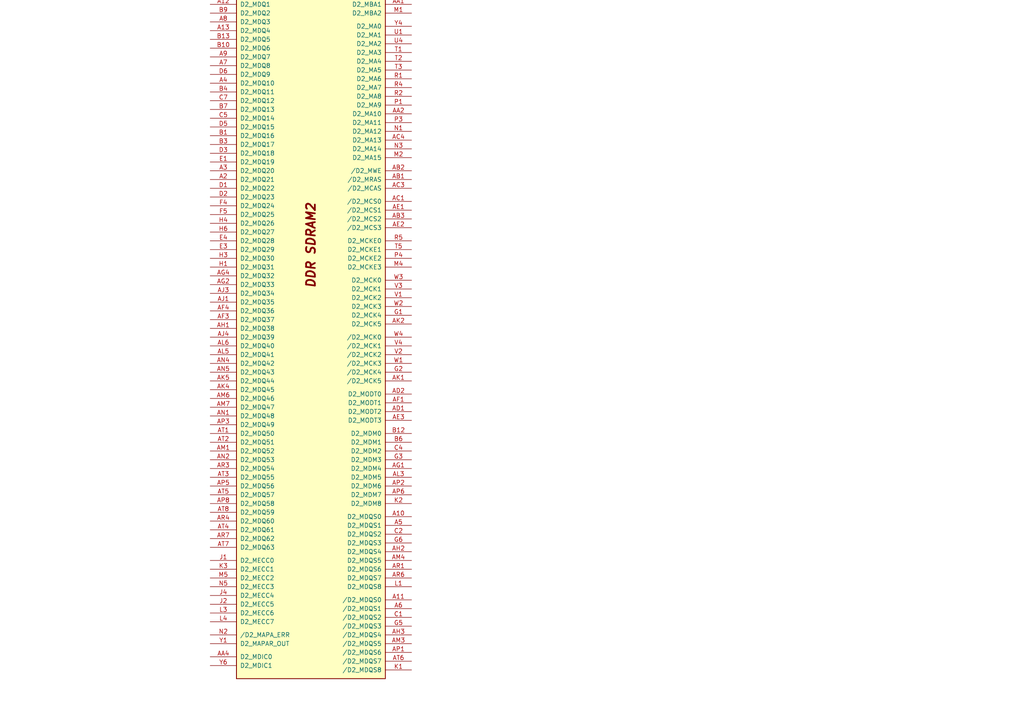
<source format=kicad_sch>
(kicad_sch (version 20250114) (generator "eeschema") (generator_version "9.0")
  (paper "A4")
  (lib_symbols
    (symbol "CPU:P4080-BGA1295" (pin_names (offset 1.016))
      (property "Reference" "U" (at 1.27 19.05 0))
      (property "Value" "P4080-BGA1295" (at 1.27 16.51 0))
      (symbol "P4080-BGA1295_1_1"
        (text "DDR SDRAM1" (at 1.27 26.67 900) (effects (font (size 2.54 2.54) (bold yes) (italic yes))))
        (pin bidirectional line (at -27.94 99.06 0) (length 7.62) (name "D1_MDQ0") (number "A17"))
        (pin bidirectional line (at -27.94 96.52 0) (length 7.62) (name "D1_MDQ1") (number "D17"))
        (pin bidirectional line (at -27.94 93.98 0) (length 7.62) (name "D1_MDQ2") (number "C14"))
        (pin bidirectional line (at -27.94 91.44 0) (length 7.62) (name "D1_MDQ3") (number "A14"))
        (pin bidirectional line (at -27.94 88.9 0) (length 7.62) (name "D1_MDQ4") (number "C17"))
        (pin bidirectional line (at -27.94 86.36 0) (length 7.62) (name "D1_MDQ5") (number "B17"))
        (pin bidirectional line (at -27.94 83.82 0) (length 7.62) (name "D1_MDQ6") (number "A15"))
        (pin bidirectional line (at -27.94 81.28 0) (length 7.62) (name "D1_MDQ7") (number "B15"))
        (pin bidirectional line (at -27.94 78.74 0) (length 7.62) (name "D1_MDQ8") (number "D15"))
        (pin bidirectional line (at -27.94 76.2 0) (length 7.62) (name "D1_MDQ9") (number "G15"))
        (pin bidirectional line (at -27.94 73.66 0) (length 7.62) (name "D1_MDQ10") (number "E12"))
        (pin bidirectional line (at -27.94 71.12 0) (length 7.62) (name "D1_MDQ11") (number "G12"))
        (pin bidirectional line (at -27.94 68.58 0) (length 7.62) (name "D1_MDQ12") (number "F16"))
        (pin bidirectional line (at -27.94 66.04 0) (length 7.62) (name "D1_MDQ13") (number "E15"))
        (pin bidirectional line (at -27.94 63.5 0) (length 7.62) (name "D1_MDQ14") (number "E13"))
        (pin bidirectional line (at -27.94 60.96 0) (length 7.62) (name "D1_MDQ15") (number "F13"))
        (pin bidirectional line (at -27.94 58.42 0) (length 7.62) (name "D1_MDQ16") (number "C8"))
        (pin bidirectional line (at -27.94 55.88 0) (length 7.62) (name "D1_MDQ17") (number "D12"))
        (pin bidirectional line (at -27.94 53.34 0) (length 7.62) (name "D1_MDQ18") (number "E9"))
        (pin bidirectional line (at -27.94 50.8 0) (length 7.62) (name "D1_MDQ19") (number "E10"))
        (pin bidirectional line (at -27.94 48.26 0) (length 7.62) (name "D1_MDQ20") (number "C11"))
        (pin bidirectional line (at -27.94 45.72 0) (length 7.62) (name "D1_MDQ21") (number "C10"))
        (pin bidirectional line (at -27.94 43.18 0) (length 7.62) (name "D1_MDQ22") (number "E6"))
        (pin bidirectional line (at -27.94 40.64 0) (length 7.62) (name "D1_MDQ23") (number "E7"))
        (pin bidirectional line (at -27.94 38.1 0) (length 7.62) (name "D1_MDQ24") (number "F7"))
        (pin bidirectional line (at -27.94 35.56 0) (length 7.62) (name "D1_MDQ25") (number "F11"))
        (pin bidirectional line (at -27.94 33.02 0) (length 7.62) (name "D1_MDQ26") (number "H10"))
        (pin bidirectional line (at -27.94 30.48 0) (length 7.62) (name "D1_MDQ27") (number "J10"))
        (pin bidirectional line (at -27.94 27.94 0) (length 7.62) (name "D1_MDQ28") (number "F10"))
        (pin bidirectional line (at -27.94 25.4 0) (length 7.62) (name "D1_MDQ29") (number "F8"))
        (pin bidirectional line (at -27.94 22.86 0) (length 7.62) (name "D1_MDQ30") (number "H7"))
        (pin bidirectional line (at -27.94 20.32 0) (length 7.62) (name "D1_MDQ31") (number "H9"))
        (pin bidirectional line (at -27.94 17.78 0) (length 7.62) (name "D1_MDQ32") (number "AC7"))
        (pin bidirectional line (at -27.94 15.24 0) (length 7.62) (name "D1_MDQ33") (number "AC6"))
        (pin bidirectional line (at -27.94 12.7 0) (length 7.62) (name "D1_MDQ34") (number "AF6"))
        (pin bidirectional line (at -27.94 10.16 0) (length 7.62) (name "D1_MDQ35") (number "AF7"))
        (pin bidirectional line (at -27.94 7.62 0) (length 7.62) (name "D1_MDQ36") (number "AB5"))
        (pin bidirectional line (at -27.94 5.08 0) (length 7.62) (name "D1_MDQ37") (number "AB6"))
        (pin bidirectional line (at -27.94 2.54 0) (length 7.62) (name "D1_MDQ38") (number "AE5"))
        (pin bidirectional line (at -27.94 0 0) (length 7.62) (name "D1_MDQ39") (number "AE6"))
        (pin bidirectional line (at -27.94 -2.54 0) (length 7.62) (name "D1_MDQ40") (number "AG5"))
        (pin bidirectional line (at -27.94 -5.08 0) (length 7.62) (name "D1_MDQ41") (number "AH9"))
        (pin bidirectional line (at -27.94 -7.62 0) (length 7.62) (name "D1_MDQ42") (number "AJ9"))
        (pin bidirectional line (at -27.94 -10.16 0) (length 7.62) (name "D1_MDQ43") (number "AJ10"))
        (pin bidirectional line (at -27.94 -12.7 0) (length 7.62) (name "D1_MDQ44") (number "AG8"))
        (pin bidirectional line (at -27.94 -15.24 0) (length 7.62) (name "D1_MDQ45") (number "AG7"))
        (pin bidirectional line (at -27.94 -17.78 0) (length 7.62) (name "D1_MDQ46") (number "AJ6"))
        (pin bidirectional line (at -27.94 -20.32 0) (length 7.62) (name "D1_MDQ47") (number "AJ7"))
        (pin bidirectional line (at -27.94 -22.86 0) (length 7.62) (name "D1_MDQ48") (number "AL9"))
        (pin bidirectional line (at -27.94 -25.4 0) (length 7.62) (name "D1_MDQ49") (number "AL8"))
        (pin bidirectional line (at -27.94 -27.94 0) (length 7.62) (name "D1_MDQ50") (number "AN10"))
        (pin bidirectional line (at -27.94 -30.48 0) (length 7.62) (name "D1_MDQ51") (number "AN11"))
        (pin bidirectional line (at -27.94 -33.02 0) (length 7.62) (name "D1_MDQ52") (number "AK8"))
        (pin bidirectional line (at -27.94 -35.56 0) (length 7.62) (name "D1_MDQ53") (number "AK7"))
        (pin bidirectional line (at -27.94 -38.1 0) (length 7.62) (name "D1_MDQ54") (number "AN7"))
        (pin bidirectional line (at -27.94 -40.64 0) (length 7.62) (name "D1_MDQ55") (number "AN8"))
        (pin bidirectional line (at -27.94 -43.18 0) (length 7.62) (name "D1_MDQ56") (number "AT9"))
        (pin bidirectional line (at -27.94 -45.72 0) (length 7.62) (name "D1_MDQ57") (number "AR10"))
        (pin bidirectional line (at -27.94 -48.26 0) (length 7.62) (name "D1_MDQ58") (number "AT13"))
        (pin bidirectional line (at -27.94 -50.8 0) (length 7.62) (name "D1_MDQ59") (number "AR13"))
        (pin bidirectional line (at -27.94 -53.34 0) (length 7.62) (name "D1_MDQ60") (number "AP9"))
        (pin bidirectional line (at -27.94 -55.88 0) (length 7.62) (name "D1_MDQ61") (number "AR9"))
        (pin bidirectional line (at -27.94 -58.42 0) (length 7.62) (name "D1_MDQ62") (number "AR12"))
        (pin bidirectional line (at -27.94 -60.96 0) (length 7.62) (name "D1_MDQ63") (number "AP12"))
        (pin bidirectional line (at -27.94 -64.77 0) (length 7.62) (name "D1_MECC0") (number "K9"))
        (pin bidirectional line (at -27.94 -67.31 0) (length 7.62) (name "D1_MECC1") (number "J5"))
        (pin bidirectional line (at -27.94 -69.85 0) (length 7.62) (name "D1_MECC2") (number "L10"))
        (pin bidirectional line (at -27.94 -72.39 0) (length 7.62) (name "D1_MECC3") (number "M10"))
        (pin bidirectional line (at -27.94 -74.93 0) (length 7.62) (name "D1_MECC4") (number "J8"))
        (pin bidirectional line (at -27.94 -77.47 0) (length 7.62) (name "D1_MECC5") (number "J7"))
        (pin bidirectional line (at -27.94 -80.01 0) (length 7.62) (name "D1_MECC6") (number "L7"))
        (pin bidirectional line (at -27.94 -82.55 0) (length 7.62) (name "D1_MECC7") (number "L9"))
        (pin input line (at -27.94 -86.36 0) (length 7.62) (name "/D1_MAPAR_ERR") (number "N8"))
        (pin output line (at -27.94 -88.9 0) (length 7.62) (name "D1_MAPAR_OUT") (number "Y7"))
        (pin bidirectional line (at -27.94 -92.71 0) (length 7.62) (name "D1_MDIC0") (number "T6"))
        (pin bidirectional line (at -27.94 -95.25 0) (length 7.62) (name "D1_MDIC1") (number "AA5"))
        (pin output line (at 30.48 99.06 180) (length 7.62) (name "D1_MBA0") (number "AA8"))
        (pin output line (at 30.48 96.52 180) (length 7.62) (name "D1_MBA1") (number "Y10"))
        (pin output line (at 30.48 93.98 180) (length 7.62) (name "D1_MBA2") (number "M8"))
        (pin output line (at 30.48 90.17 180) (length 7.62) (name "D1_MA0") (number "Y9"))
        (pin output line (at 30.48 87.63 180) (length 7.62) (name "D1_MA1") (number "U6"))
        (pin output line (at 30.48 85.09 180) (length 7.62) (name "D1_MA2") (number "U7"))
        (pin output line (at 30.48 82.55 180) (length 7.62) (name "D1_MA3") (number "U9"))
        (pin output line (at 30.48 80.01 180) (length 7.62) (name "D1_MA4") (number "U10"))
        (pin output line (at 30.48 77.47 180) (length 7.62) (name "D1_MA5") (number "T8"))
        (pin output line (at 30.48 74.93 180) (length 7.62) (name "D1_MA6") (number "T9"))
        (pin output line (at 30.48 72.39 180) (length 7.62) (name "D1_MA7") (number "R8"))
        (pin output line (at 30.48 69.85 180) (length 7.62) (name "D1_MA8") (number "R7"))
        (pin output line (at 30.48 67.31 180) (length 7.62) (name "D1_MA9") (number "P6"))
        (pin output line (at 30.48 64.77 180) (length 7.62) (name "D1_MA10") (number "AA7"))
        (pin output line (at 30.48 62.23 180) (length 7.62) (name "D1_MA11") (number "P7"))
        (pin output line (at 30.48 59.69 180) (length 7.62) (name "D1_MA12") (number "N6"))
        (pin output line (at 30.48 57.15 180) (length 7.62) (name "D1_MA13") (number "AE8"))
        (pin output line (at 30.48 54.61 180) (length 7.62) (name "D1_MA14") (number "M7"))
        (pin output line (at 30.48 52.07 180) (length 7.62) (name "D1_MA15") (number "L6"))
        (pin output line (at 30.48 48.26 180) (length 7.62) (name "/D1_MWE") (number "AB8"))
        (pin output line (at 30.48 45.72 180) (length 7.62) (name "/D1_MRAS") (number "AA10"))
        (pin output line (at 30.48 43.18 180) (length 7.62) (name "/D1_MCAS") (number "AC10"))
        (pin output line (at 30.48 39.37 180) (length 7.62) (name "/D1_MCS0") (number "AC9"))
        (pin output line (at 30.48 36.83 180) (length 7.62) (name "/D1_MCS1") (number "AE9"))
        (pin output line (at 30.48 34.29 180) (length 7.62) (name "/D1_MCS2") (number "AB9"))
        (pin output line (at 30.48 31.75 180) (length 7.62) (name "/D1_MCS3") (number "AF9"))
        (pin output line (at 30.48 27.94 180) (length 7.62) (name "D1_MCKE0") (number "P10"))
        (pin output line (at 30.48 25.4 180) (length 7.62) (name "D1_MCKE1") (number "R10"))
        (pin output line (at 30.48 22.86 180) (length 7.62) (name "D1_MCKE2") (number "P9"))
        (pin output line (at 30.48 20.32 180) (length 7.62) (name "D1_MCKE3") (number "N9"))
        (pin output line (at 30.48 16.51 180) (length 7.62) (name "D1_MCK0") (number "W6"))
        (pin output line (at 30.48 13.97 180) (length 7.62) (name "D1_MCK1") (number "V6"))
        (pin output line (at 30.48 11.43 180) (length 7.62) (name "D1_MCK2") (number "V8"))
        (pin output line (at 30.48 8.89 180) (length 7.62) (name "D1_MCK3") (number "W9"))
        (pin output line (at 30.48 6.35 180) (length 7.62) (name "D1_MCK4") (number "F1"))
        (pin output line (at 30.48 3.81 180) (length 7.62) (name "D1_MCK5") (number "AL1"))
        (pin output line (at 30.48 0 180) (length 7.62) (name "/D1_MCK0") (number "W5"))
        (pin output line (at 30.48 -2.54 180) (length 7.62) (name "/D1_MCK1") (number "V5"))
        (pin output line (at 30.48 -5.08 180) (length 7.62) (name "/D1_MCK2") (number "V9"))
        (pin output line (at 30.48 -7.62 180) (length 7.62) (name "/D1_MCK3") (number "W8"))
        (pin output line (at 30.48 -10.16 180) (length 7.62) (name "/D1_MCK4") (number "F2"))
        (pin output line (at 30.48 -12.7 180) (length 7.62) (name "/D1_MCK5") (number "AL2"))
        (pin output line (at 30.48 -16.51 180) (length 7.62) (name "D1_MODT0") (number "AD10"))
        (pin output line (at 30.48 -19.05 180) (length 7.62) (name "D1_MODT1") (number "AG10"))
        (pin output line (at 30.48 -21.59 180) (length 7.62) (name "D1_MODT2") (number "AD8"))
        (pin output line (at 30.48 -24.13 180) (length 7.62) (name "D1_MODT3") (number "AF10"))
        (pin output line (at 30.48 -27.94 180) (length 7.62) (name "D1_MDM0") (number "A16"))
        (pin output line (at 30.48 -30.48 180) (length 7.62) (name "D1_MDM1") (number "D14"))
        (pin output line (at 30.48 -33.02 180) (length 7.62) (name "D1_MDM2") (number "D11"))
        (pin output line (at 30.48 -35.56 180) (length 7.62) (name "D1_MDM3") (number "G11"))
        (pin output line (at 30.48 -38.1 180) (length 7.62) (name "D1_MDM4") (number "AD7"))
        (pin output line (at 30.48 -40.64 180) (length 7.62) (name "D1_MDM5") (number "AH8"))
        (pin output line (at 30.48 -43.18 180) (length 7.62) (name "D1_MDM6") (number "AL11"))
        (pin output line (at 30.48 -45.72 180) (length 7.62) (name "D1_MDM7") (number "AT10"))
        (pin output line (at 30.48 -48.26 180) (length 7.62) (name "D1_MDM8") (number "K8"))
        (pin bidirectional line (at 30.48 -52.07 180) (length 7.62) (name "D1_MDQS0") (number "C16"))
        (pin bidirectional line (at 30.48 -54.61 180) (length 7.62) (name "D1_MDQS1") (number "G14"))
        (pin bidirectional line (at 30.48 -57.15 180) (length 7.62) (name "D1_MDQS2") (number "D9"))
        (pin bidirectional line (at 30.48 -59.69 180) (length 7.62) (name "D1_MDQS3") (number "G9"))
        (pin bidirectional line (at 30.48 -62.23 180) (length 7.62) (name "D1_MDQS4") (number "AD5"))
        (pin bidirectional line (at 30.48 -64.77 180) (length 7.62) (name "D1_MDQS5") (number "AH6"))
        (pin bidirectional line (at 30.48 -67.31 180) (length 7.62) (name "D1_MDQS6") (number "AM10"))
        (pin bidirectional line (at 30.48 -69.85 180) (length 7.62) (name "D1_MDQS7") (number "AT12"))
        (pin bidirectional line (at 30.48 -72.39 180) (length 7.62) (name "D1_MDQS8") (number "K6"))
        (pin bidirectional line (at 30.48 -76.2 180) (length 7.62) (name "/D1_MDQS0") (number "B16"))
        (pin bidirectional line (at 30.48 -78.74 180) (length 7.62) (name "/D1_MDQS1") (number "F14"))
        (pin bidirectional line (at 30.48 -81.28 180) (length 7.62) (name "/D1_MDQS2") (number "D8"))
        (pin bidirectional line (at 30.48 -83.82 180) (length 7.62) (name "/D1_MDQS3") (number "G8"))
        (pin bidirectional line (at 30.48 -86.36 180) (length 7.62) (name "/D1_MDQS4") (number "AD4"))
        (pin bidirectional line (at 30.48 -88.9 180) (length 7.62) (name "/D1_MDQS5") (number "AH5"))
        (pin bidirectional line (at 30.48 -91.44 180) (length 7.62) (name "/D1_MDQS6") (number "AM9"))
        (pin bidirectional line (at 30.48 -93.98 180) (length 7.62) (name "/D1_MDQS7") (number "AT11"))
        (pin bidirectional line (at 30.48 -96.52 180) (length 7.62) (name "/D1_MDQS8") (number "K5"))
      )
      (symbol "P4080-BGA1295_2_1"
        (text "DDR SDRAM2" (at 1.27 26.67 900) (effects (font (size 2.54 2.54) (bold yes) (italic yes))))
        (pin bidirectional line (at -27.94 99.06 0) (length 7.62) (name "D2_MDQ0") (number "C13"))
        (pin bidirectional line (at -27.94 96.52 0) (length 7.62) (name "D2_MDQ1") (number "A12"))
        (pin bidirectional line (at -27.94 93.98 0) (length 7.62) (name "D2_MDQ2") (number "B9"))
        (pin bidirectional line (at -27.94 91.44 0) (length 7.62) (name "D2_MDQ3") (number "A8"))
        (pin bidirectional line (at -27.94 88.9 0) (length 7.62) (name "D2_MDQ4") (number "A13"))
        (pin bidirectional line (at -27.94 86.36 0) (length 7.62) (name "D2_MDQ5") (number "B13"))
        (pin bidirectional line (at -27.94 83.82 0) (length 7.62) (name "D2_MDQ6") (number "B10"))
        (pin bidirectional line (at -27.94 81.28 0) (length 7.62) (name "D2_MDQ7") (number "A9"))
        (pin bidirectional line (at -27.94 78.74 0) (length 7.62) (name "D2_MDQ8") (number "A7"))
        (pin bidirectional line (at -27.94 76.2 0) (length 7.62) (name "D2_MDQ9") (number "D6"))
        (pin bidirectional line (at -27.94 73.66 0) (length 7.62) (name "D2_MDQ10") (number "A4"))
        (pin bidirectional line (at -27.94 71.12 0) (length 7.62) (name "D2_MDQ11") (number "B4"))
        (pin bidirectional line (at -27.94 68.58 0) (length 7.62) (name "D2_MDQ12") (number "C7"))
        (pin bidirectional line (at -27.94 66.04 0) (length 7.62) (name "D2_MDQ13") (number "B7"))
        (pin bidirectional line (at -27.94 63.5 0) (length 7.62) (name "D2_MDQ14") (number "C5"))
        (pin bidirectional line (at -27.94 60.96 0) (length 7.62) (name "D2_MDQ15") (number "D5"))
        (pin bidirectional line (at -27.94 58.42 0) (length 7.62) (name "D2_MDQ16") (number "B1"))
        (pin bidirectional line (at -27.94 55.88 0) (length 7.62) (name "D2_MDQ17") (number "B3"))
        (pin bidirectional line (at -27.94 53.34 0) (length 7.62) (name "D2_MDQ18") (number "D3"))
        (pin bidirectional line (at -27.94 50.8 0) (length 7.62) (name "D2_MDQ19") (number "E1"))
        (pin bidirectional line (at -27.94 48.26 0) (length 7.62) (name "D2_MDQ20") (number "A3"))
        (pin bidirectional line (at -27.94 45.72 0) (length 7.62) (name "D2_MDQ21") (number "A2"))
        (pin bidirectional line (at -27.94 43.18 0) (length 7.62) (name "D2_MDQ22") (number "D1"))
        (pin bidirectional line (at -27.94 40.64 0) (length 7.62) (name "D2_MDQ23") (number "D2"))
        (pin bidirectional line (at -27.94 38.1 0) (length 7.62) (name "D2_MDQ24") (number "F4"))
        (pin bidirectional line (at -27.94 35.56 0) (length 7.62) (name "D2_MDQ25") (number "F5"))
        (pin bidirectional line (at -27.94 33.02 0) (length 7.62) (name "D2_MDQ26") (number "H4"))
        (pin bidirectional line (at -27.94 30.48 0) (length 7.62) (name "D2_MDQ27") (number "H6"))
        (pin bidirectional line (at -27.94 27.94 0) (length 7.62) (name "D2_MDQ28") (number "E4"))
        (pin bidirectional line (at -27.94 25.4 0) (length 7.62) (name "D2_MDQ29") (number "E3"))
        (pin bidirectional line (at -27.94 22.86 0) (length 7.62) (name "D2_MDQ30") (number "H3"))
        (pin bidirectional line (at -27.94 20.32 0) (length 7.62) (name "D2_MDQ31") (number "H1"))
        (pin bidirectional line (at -27.94 17.78 0) (length 7.62) (name "D2_MDQ32") (number "AG4"))
        (pin bidirectional line (at -27.94 15.24 0) (length 7.62) (name "D2_MDQ33") (number "AG2"))
        (pin bidirectional line (at -27.94 12.7 0) (length 7.62) (name "D2_MDQ34") (number "AJ3"))
        (pin bidirectional line (at -27.94 10.16 0) (length 7.62) (name "D2_MDQ35") (number "AJ1"))
        (pin bidirectional line (at -27.94 7.62 0) (length 7.62) (name "D2_MDQ36") (number "AF4"))
        (pin bidirectional line (at -27.94 5.08 0) (length 7.62) (name "D2_MDQ37") (number "AF3"))
        (pin bidirectional line (at -27.94 2.54 0) (length 7.62) (name "D2_MDQ38") (number "AH1"))
        (pin bidirectional line (at -27.94 0 0) (length 7.62) (name "D2_MDQ39") (number "AJ4"))
        (pin bidirectional line (at -27.94 -2.54 0) (length 7.62) (name "D2_MDQ40") (number "AL6"))
        (pin bidirectional line (at -27.94 -5.08 0) (length 7.62) (name "D2_MDQ41") (number "AL5"))
        (pin bidirectional line (at -27.94 -7.62 0) (length 7.62) (name "D2_MDQ42") (number "AN4"))
        (pin bidirectional line (at -27.94 -10.16 0) (length 7.62) (name "D2_MDQ43") (number "AN5"))
        (pin bidirectional line (at -27.94 -12.7 0) (length 7.62) (name "D2_MDQ44") (number "AK5"))
        (pin bidirectional line (at -27.94 -15.24 0) (length 7.62) (name "D2_MDQ45") (number "AK4"))
        (pin bidirectional line (at -27.94 -17.78 0) (length 7.62) (name "D2_MDQ46") (number "AM6"))
        (pin bidirectional line (at -27.94 -20.32 0) (length 7.62) (name "D2_MDQ47") (number "AM7"))
        (pin bidirectional line (at -27.94 -22.86 0) (length 7.62) (name "D2_MDQ48") (number "AN1"))
        (pin bidirectional line (at -27.94 -25.4 0) (length 7.62) (name "D2_MDQ49") (number "AP3"))
        (pin bidirectional line (at -27.94 -27.94 0) (length 7.62) (name "D2_MDQ50") (number "AT1"))
        (pin bidirectional line (at -27.94 -30.48 0) (length 7.62) (name "D2_MDQ51") (number "AT2"))
        (pin bidirectional line (at -27.94 -33.02 0) (length 7.62) (name "D2_MDQ52") (number "AM1"))
        (pin bidirectional line (at -27.94 -35.56 0) (length 7.62) (name "D2_MDQ53") (number "AN2"))
        (pin bidirectional line (at -27.94 -38.1 0) (length 7.62) (name "D2_MDQ54") (number "AR3"))
        (pin bidirectional line (at -27.94 -40.64 0) (length 7.62) (name "D2_MDQ55") (number "AT3"))
        (pin bidirectional line (at -27.94 -43.18 0) (length 7.62) (name "D2_MDQ56") (number "AP5"))
        (pin bidirectional line (at -27.94 -45.72 0) (length 7.62) (name "D2_MDQ57") (number "AT5"))
        (pin bidirectional line (at -27.94 -48.26 0) (length 7.62) (name "D2_MDQ58") (number "AP8"))
        (pin bidirectional line (at -27.94 -50.8 0) (length 7.62) (name "D2_MDQ59") (number "AT8"))
        (pin bidirectional line (at -27.94 -53.34 0) (length 7.62) (name "D2_MDQ60") (number "AR4"))
        (pin bidirectional line (at -27.94 -55.88 0) (length 7.62) (name "D2_MDQ61") (number "AT4"))
        (pin bidirectional line (at -27.94 -58.42 0) (length 7.62) (name "D2_MDQ62") (number "AR7"))
        (pin bidirectional line (at -27.94 -60.96 0) (length 7.62) (name "D2_MDQ63") (number "AT7"))
        (pin bidirectional line (at -27.94 -64.77 0) (length 7.62) (name "D2_MECC0") (number "J1"))
        (pin bidirectional line (at -27.94 -67.31 0) (length 7.62) (name "D2_MECC1") (number "K3"))
        (pin bidirectional line (at -27.94 -69.85 0) (length 7.62) (name "D2_MECC2") (number "M5"))
        (pin bidirectional line (at -27.94 -72.39 0) (length 7.62) (name "D2_MECC3") (number "N5"))
        (pin bidirectional line (at -27.94 -74.93 0) (length 7.62) (name "D2_MECC4") (number "J4"))
        (pin bidirectional line (at -27.94 -77.47 0) (length 7.62) (name "D2_MECC5") (number "J2"))
        (pin bidirectional line (at -27.94 -80.01 0) (length 7.62) (name "D2_MECC6") (number "L3"))
        (pin bidirectional line (at -27.94 -82.55 0) (length 7.62) (name "D2_MECC7") (number "L4"))
        (pin input line (at -27.94 -86.36 0) (length 7.62) (name "/D2_MAPA_ERR") (number "N2"))
        (pin output line (at -27.94 -88.9 0) (length 7.62) (name "D2_MAPAR_OUT") (number "Y1"))
        (pin bidirectional line (at -27.94 -92.71 0) (length 7.62) (name "D2_MDIC0") (number "AA4"))
        (pin bidirectional line (at -27.94 -95.25 0) (length 7.62) (name "D2_MDIC1") (number "Y6"))
        (pin output line (at 30.48 99.06 180) (length 7.62) (name "D2_MBA0") (number "AA3"))
        (pin output line (at 30.48 96.52 180) (length 7.62) (name "D2_MBA1") (number "AA1"))
        (pin output line (at 30.48 93.98 180) (length 7.62) (name "D2_MBA2") (number "M1"))
        (pin output line (at 30.48 90.17 180) (length 7.62) (name "D2_MA0") (number "Y4"))
        (pin output line (at 30.48 87.63 180) (length 7.62) (name "D2_MA1") (number "U1"))
        (pin output line (at 30.48 85.09 180) (length 7.62) (name "D2_MA2") (number "U4"))
        (pin output line (at 30.48 82.55 180) (length 7.62) (name "D2_MA3") (number "T1"))
        (pin output line (at 30.48 80.01 180) (length 7.62) (name "D2_MA4") (number "T2"))
        (pin output line (at 30.48 77.47 180) (length 7.62) (name "D2_MA5") (number "T3"))
        (pin output line (at 30.48 74.93 180) (length 7.62) (name "D2_MA6") (number "R1"))
        (pin output line (at 30.48 72.39 180) (length 7.62) (name "D2_MA7") (number "R4"))
        (pin output line (at 30.48 69.85 180) (length 7.62) (name "D2_MA8") (number "R2"))
        (pin output line (at 30.48 67.31 180) (length 7.62) (name "D2_MA9") (number "P1"))
        (pin output line (at 30.48 64.77 180) (length 7.62) (name "D2_MA10") (number "AA2"))
        (pin output line (at 30.48 62.23 180) (length 7.62) (name "D2_MA11") (number "P3"))
        (pin output line (at 30.48 59.69 180) (length 7.62) (name "D2_MA12") (number "N1"))
        (pin output line (at 30.48 57.15 180) (length 7.62) (name "D2_MA13") (number "AC4"))
        (pin output line (at 30.48 54.61 180) (length 7.62) (name "D2_MA14") (number "N3"))
        (pin output line (at 30.48 52.07 180) (length 7.62) (name "D2_MA15") (number "M2"))
        (pin output line (at 30.48 48.26 180) (length 7.62) (name "/D2_MWE") (number "AB2"))
        (pin output line (at 30.48 45.72 180) (length 7.62) (name "/D2_MRAS") (number "AB1"))
        (pin output line (at 30.48 43.18 180) (length 7.62) (name "/D2_MCAS") (number "AC3"))
        (pin output line (at 30.48 39.37 180) (length 7.62) (name "/D2_MCS0") (number "AC1"))
        (pin output line (at 30.48 36.83 180) (length 7.62) (name "/D2_MCS1") (number "AE1"))
        (pin output line (at 30.48 34.29 180) (length 7.62) (name "/D2_MCS2") (number "AB3"))
        (pin output line (at 30.48 31.75 180) (length 7.62) (name "/D2_MCS3") (number "AE2"))
        (pin output line (at 30.48 27.94 180) (length 7.62) (name "D2_MCKE0") (number "R5"))
        (pin output line (at 30.48 25.4 180) (length 7.62) (name "D2_MCKE1") (number "T5"))
        (pin output line (at 30.48 22.86 180) (length 7.62) (name "D2_MCKE2") (number "P4"))
        (pin output line (at 30.48 20.32 180) (length 7.62) (name "D2_MCKE3") (number "M4"))
        (pin output line (at 30.48 16.51 180) (length 7.62) (name "D2_MCK0") (number "W3"))
        (pin output line (at 30.48 13.97 180) (length 7.62) (name "D2_MCK1") (number "V3"))
        (pin output line (at 30.48 11.43 180) (length 7.62) (name "D2_MCK2") (number "V1"))
        (pin output line (at 30.48 8.89 180) (length 7.62) (name "D2_MCK3") (number "W2"))
        (pin output line (at 30.48 6.35 180) (length 7.62) (name "D2_MCK4") (number "G1"))
        (pin output line (at 30.48 3.81 180) (length 7.62) (name "D2_MCK5") (number "AK2"))
        (pin output line (at 30.48 0 180) (length 7.62) (name "/D2_MCK0") (number "W4"))
        (pin output line (at 30.48 -2.54 180) (length 7.62) (name "/D2_MCK1") (number "V4"))
        (pin output line (at 30.48 -5.08 180) (length 7.62) (name "/D2_MCK2") (number "V2"))
        (pin output line (at 30.48 -7.62 180) (length 7.62) (name "/D2_MCK3") (number "W1"))
        (pin output line (at 30.48 -10.16 180) (length 7.62) (name "/D2_MCK4") (number "G2"))
        (pin output line (at 30.48 -12.7 180) (length 7.62) (name "/D2_MCK5") (number "AK1"))
        (pin output line (at 30.48 -16.51 180) (length 7.62) (name "D2_MODT0") (number "AD2"))
        (pin output line (at 30.48 -19.05 180) (length 7.62) (name "D2_MODT1") (number "AF1"))
        (pin output line (at 30.48 -21.59 180) (length 7.62) (name "D2_MODT2") (number "AD1"))
        (pin output line (at 30.48 -24.13 180) (length 7.62) (name "D2_MODT3") (number "AE3"))
        (pin output line (at 30.48 -27.94 180) (length 7.62) (name "D2_MDM0") (number "B12"))
        (pin output line (at 30.48 -30.48 180) (length 7.62) (name "D2_MDM1") (number "B6"))
        (pin output line (at 30.48 -33.02 180) (length 7.62) (name "D2_MDM2") (number "C4"))
        (pin output line (at 30.48 -35.56 180) (length 7.62) (name "D2_MDM3") (number "G3"))
        (pin output line (at 30.48 -38.1 180) (length 7.62) (name "D2_MDM4") (number "AG1"))
        (pin output line (at 30.48 -40.64 180) (length 7.62) (name "D2_MDM5") (number "AL3"))
        (pin output line (at 30.48 -43.18 180) (length 7.62) (name "D2_MDM6") (number "AP2"))
        (pin output line (at 30.48 -45.72 180) (length 7.62) (name "D2_MDM7") (number "AP6"))
        (pin output line (at 30.48 -48.26 180) (length 7.62) (name "D2_MDM8") (number "K2"))
        (pin bidirectional line (at 30.48 -52.07 180) (length 7.62) (name "D2_MDQS0") (number "A10"))
        (pin bidirectional line (at 30.48 -54.61 180) (length 7.62) (name "D2_MDQS1") (number "A5"))
        (pin bidirectional line (at 30.48 -57.15 180) (length 7.62) (name "D2_MDQS2") (number "C2"))
        (pin bidirectional line (at 30.48 -59.69 180) (length 7.62) (name "D2_MDQS3") (number "G6"))
        (pin bidirectional line (at 30.48 -62.23 180) (length 7.62) (name "D2_MDQS4") (number "AH2"))
        (pin bidirectional line (at 30.48 -64.77 180) (length 7.62) (name "D2_MDQS5") (number "AM4"))
        (pin bidirectional line (at 30.48 -67.31 180) (length 7.62) (name "D2_MDQS6") (number "AR1"))
        (pin bidirectional line (at 30.48 -69.85 180) (length 7.62) (name "D2_MDQS7") (number "AR6"))
        (pin bidirectional line (at 30.48 -72.39 180) (length 7.62) (name "D2_MDQS8") (number "L1"))
        (pin bidirectional line (at 30.48 -76.2 180) (length 7.62) (name "/D2_MDQS0") (number "A11"))
        (pin bidirectional line (at 30.48 -78.74 180) (length 7.62) (name "/D2_MDQS1") (number "A6"))
        (pin bidirectional line (at 30.48 -81.28 180) (length 7.62) (name "/D2_MDQS2") (number "C1"))
        (pin bidirectional line (at 30.48 -83.82 180) (length 7.62) (name "/D2_MDQS3") (number "G5"))
        (pin bidirectional line (at 30.48 -86.36 180) (length 7.62) (name "/D2_MDQS4") (number "AH3"))
        (pin bidirectional line (at 30.48 -88.9 180) (length 7.62) (name "/D2_MDQS5") (number "AM3"))
        (pin bidirectional line (at 30.48 -91.44 180) (length 7.62) (name "/D2_MDQS6") (number "AP1"))
        (pin bidirectional line (at 30.48 -93.98 180) (length 7.62) (name "/D2_MDQS7") (number "AT6"))
        (pin bidirectional line (at 30.48 -96.52 180) (length 7.62) (name "/D2_MDQS8") (number "K1"))
      )
      (symbol "P4080-BGA1295_3_1"
        (text "PROG INTERRUPT" (at -13.97 -5.08 0) (effects (font (size 1.27 1.27) (bold yes) (italic yes))))
        (text "CONTROLLER" (at -13.97 -7.62 0) (effects (font (size 1.27 1.27) (bold yes) (italic yes))))
        (text "GENERAL-PURPOSE" (at -8.89 -64.77 0) (effects (font (size 1.524 1.524) (bold yes) (italic yes))))
        (text "INPUT/OUTPUT" (at -8.89 -68.58 0) (effects (font (size 1.524 1.524) (bold yes) (italic yes))))
        (text "LOCAL BUS CONTROLLER" (at 0 69.85 0) (effects (font (size 1.524 1.524) (bold yes) (italic yes))))
        (text "INTERFACE" (at 0 66.04 0) (effects (font (size 1.524 1.524) (bold yes) (italic yes))))
        (text "DMA" (at 0 7.62 0) (effects (font (size 1.524 1.524) (bold yes) (italic yes))))
        (pin bidirectional line (at -30.48 86.36 0) (length 7.62) (name "LAD0") (number "K26"))
        (pin bidirectional line (at -30.48 83.82 0) (length 7.62) (name "LAD1") (number "L26"))
        (pin bidirectional line (at -30.48 81.28 0) (length 7.62) (name "LAD2") (number "J26"))
        (pin bidirectional line (at -30.48 78.74 0) (length 7.62) (name "LAD3") (number "H25"))
        (pin bidirectional line (at -30.48 76.2 0) (length 7.62) (name "LAD4") (number "F25"))
        (pin bidirectional line (at -30.48 73.66 0) (length 7.62) (name "LAD5") (number "H24"))
        (pin bidirectional line (at -30.48 71.12 0) (length 7.62) (name "LAD6") (number "G24"))
        (pin bidirectional line (at -30.48 68.58 0) (length 7.62) (name "LAD7") (number "G23"))
        (pin bidirectional line (at -30.48 66.04 0) (length 7.62) (name "LAD8") (number "E23"))
        (pin bidirectional line (at -30.48 63.5 0) (length 7.62) (name "LAD9") (number "D23"))
        (pin bidirectional line (at -30.48 60.96 0) (length 7.62) (name "LAD10") (number "J22"))
        (pin bidirectional line (at -30.48 58.42 0) (length 7.62) (name "LAD11") (number "G22"))
        (pin bidirectional line (at -30.48 55.88 0) (length 7.62) (name "LAD12") (number "F19"))
        (pin bidirectional line (at -30.48 53.34 0) (length 7.62) (name "LAD13") (number "J18"))
        (pin bidirectional line (at -30.48 50.8 0) (length 7.62) (name "LAD14") (number "K18"))
        (pin bidirectional line (at -30.48 48.26 0) (length 7.62) (name "LAD15") (number "J17"))
        (pin bidirectional line (at -30.48 43.18 0) (length 7.62) (name "LDP0") (number "J24"))
        (pin bidirectional line (at -30.48 40.64 0) (length 7.62) (name "LDP1") (number "K23"))
        (pin output line (at -30.48 35.56 0) (length 7.62) (name "LGPL0") (number "B25"))
        (pin output line (at -30.48 33.02 0) (length 7.62) (name "LGPL1") (number "E25"))
        (pin output line (at -30.48 30.48 0) (length 7.62) (name "LGPL2") (number "D25"))
        (pin output line (at -30.48 27.94 0) (length 7.62) (name "LGPL3") (number "H26"))
        (pin bidirectional line (at -30.48 25.4 0) (length 7.62) (name "LGPL4") (number "C25"))
        (pin output line (at -30.48 22.86 0) (length 7.62) (name "LGPL5") (number "E26"))
        (pin output line (at -30.48 16.51 0) (length 7.62) (name "LCLK0") (number "C24"))
        (pin output line (at -30.48 13.97 0) (length 7.62) (name "LCLK1") (number "C23"))
        (pin input line (at -30.48 -10.16 0) (length 7.62) (name "IRQ0") (number "AJ16"))
        (pin input line (at -30.48 -12.7 0) (length 7.62) (name "IRQ1") (number "AH16"))
        (pin input line (at -30.48 -15.24 0) (length 7.62) (name "IRQ2") (number "AK12"))
        (pin input line (at -30.48 -17.78 0) (length 7.62) (name "IRQ3/GPIO21") (number "AJ15"))
        (pin input line (at -30.48 -20.32 0) (length 7.62) (name "IRQ4/GPIO22") (number "AH17"))
        (pin input line (at -30.48 -22.86 0) (length 7.62) (name "IRQ5/GPIO23") (number "AJ13"))
        (pin input line (at -30.48 -25.4 0) (length 7.62) (name "IRQ6/GPIO24") (number "AG17"))
        (pin input line (at -30.48 -27.94 0) (length 7.62) (name "IRQ7/GPIO25") (number "AM13"))
        (pin input line (at -30.48 -30.48 0) (length 7.62) (name "IRQ8/GPIO26") (number "AG13"))
        (pin input line (at -30.48 -33.02 0) (length 7.62) (name "IRQ9/GPIO27") (number "AK11"))
        (pin input line (at -30.48 -38.1 0) (length 7.62) (name "IRQ11/GPIO29") (number "AL12"))
        (pin output line (at -30.48 -41.91 0) (length 7.62) (name "/IRQ_OUT/EVT9") (number "AK14"))
        (pin input line (at -30.48 -45.72 0) (length 7.62) (name "/TMP_DETECT") (number "AN19"))
        (pin output line (at 30.48 86.36 180) (length 7.62) (name "LA16") (number "J25"))
        (pin output line (at 30.48 83.82 180) (length 7.62) (name "LA17") (number "G25"))
        (pin output line (at 30.48 81.28 180) (length 7.62) (name "LA18") (number "H23"))
        (pin output line (at 30.48 78.74 180) (length 7.62) (name "LA19") (number "F22"))
        (pin output line (at 30.48 76.2 180) (length 7.62) (name "LA20") (number "H22"))
        (pin output line (at 30.48 73.66 180) (length 7.62) (name "LA21") (number "E21"))
        (pin output line (at 30.48 71.12 180) (length 7.62) (name "LA22") (number "F21"))
        (pin output line (at 30.48 68.58 180) (length 7.62) (name "LA23") (number "H21"))
        (pin output line (at 30.48 66.04 180) (length 7.62) (name "LA24") (number "K21"))
        (pin output line (at 30.48 63.5 180) (length 7.62) (name "LA25") (number "G20"))
        (pin output line (at 30.48 60.96 180) (length 7.62) (name "LA26") (number "J20"))
        (pin output line (at 30.48 58.42 180) (length 7.62) (name "LA27") (number "K20"))
        (pin output line (at 30.48 55.88 180) (length 7.62) (name "LA28") (number "G19"))
        (pin output line (at 30.48 53.34 180) (length 7.62) (name "LA29") (number "H19"))
        (pin output line (at 30.48 50.8 180) (length 7.62) (name "LA30") (number "J19"))
        (pin output line (at 30.48 48.26 180) (length 7.62) (name "LA31") (number "G18"))
        (pin output line (at 30.48 44.45 180) (length 7.62) (name "/LCS0") (number "D19"))
        (pin output line (at 30.48 41.91 180) (length 7.62) (name "/LCS1") (number "D20"))
        (pin output line (at 30.48 39.37 180) (length 7.62) (name "/LCS2") (number "E20"))
        (pin output line (at 30.48 36.83 180) (length 7.62) (name "/LCS3") (number "D21"))
        (pin output line (at 30.48 34.29 180) (length 7.62) (name "/LCS4") (number "D22"))
        (pin output line (at 30.48 31.75 180) (length 7.62) (name "/LCS5") (number "B23"))
        (pin output line (at 30.48 29.21 180) (length 7.62) (name "/LCS6") (number "F24"))
        (pin output line (at 30.48 26.67 180) (length 7.62) (name "/LCS7") (number "G26"))
        (pin output line (at 30.48 22.86 180) (length 7.62) (name "/LWE0") (number "D24"))
        (pin output line (at 30.48 20.32 180) (length 7.62) (name "/LWE1") (number "A24"))
        (pin output line (at 30.48 16.51 180) (length 7.62) (name "LBCTL") (number "C22"))
        (pin bidirectional line (at 30.48 13.97 180) (length 7.62) (name "LALE") (number "A23"))
        (pin output line (at 30.48 6.35 180) (length 7.62) (name "/DMA1_DDONE0") (number "AN21"))
        (pin output line (at 30.48 2.54 180) (length 7.62) (name "/DMA2_DACK0") (number "AG19"))
        (pin output line (at 30.48 0 180) (length 7.62) (name "/DMA2_DDONE0") (number "AP20"))
        (pin bidirectional line (at 30.48 -5.08 180) (length 7.62) (name "GPIO0") (number "AL21"))
        (pin bidirectional line (at 30.48 -7.62 180) (length 7.62) (name "GPIO1") (number "AK22"))
        (pin bidirectional line (at 30.48 -10.16 180) (length 7.62) (name "GPIO2") (number "AM20"))
        (pin bidirectional line (at 30.48 -12.7 180) (length 7.62) (name "GPIO3") (number "AN20"))
        (pin bidirectional line (at 30.48 -15.24 180) (length 7.62) (name "GPIO4") (number "AH21"))
        (pin bidirectional line (at 30.48 -17.78 180) (length 7.62) (name "GPIO5") (number "AJ21"))
        (pin bidirectional line (at 30.48 -20.32 180) (length 7.62) (name "GPIO6") (number "AK21"))
        (pin bidirectional line (at 30.48 -22.86 180) (length 7.62) (name "GPIO7") (number "AG20"))
        (pin bidirectional line (at 30.48 -25.4 180) (length 7.62) (name "GPIO8/UART1_SOUT") (number "AL22"))
        (pin bidirectional line (at 30.48 -27.94 180) (length 7.62) (name "GPIO9/UART2_SOUT") (number "AJ22"))
        (pin bidirectional line (at 30.48 -30.48 180) (length 7.62) (name "GPIO10/UART1_SIN") (number "AR23"))
        (pin bidirectional line (at 30.48 -33.02 180) (length 7.62) (name "GPIO11/UART2_SIN") (number "AN23"))
        (pin bidirectional line (at 30.48 -35.56 180) (length 7.62) (name "GPIO12/RTS/UART3_SOUT") (number "AM22"))
        (pin bidirectional line (at 30.48 -38.1 180) (length 7.62) (name "GPIO13/RTS/UART4_SOUT") (number "AK23"))
        (pin bidirectional line (at 30.48 -40.64 180) (length 7.62) (name "GPIO14/CTS/UART3_SIN") (number "AP22"))
        (pin bidirectional line (at 30.48 -43.18 180) (length 7.62) (name "GPIO15/CTS/UART4_SIN") (number "AH23"))
        (pin bidirectional line (at 30.48 -45.72 180) (length 7.62) (name "GPIO16/IIC3_SCL/SDHC_CD") (number "AK13"))
        (pin bidirectional line (at 30.48 -48.26 180) (length 7.62) (name "GPIO17/IIC3_SDA/SDHC_WP") (number "AM14"))
        (pin bidirectional line (at 30.48 -50.8 180) (length 7.62) (name "GPIO18/DMA1_DREQ0") (number "AP21"))
        (pin bidirectional line (at 30.48 -53.34 180) (length 7.62) (name "GPIO19/DMA1_DACK0") (number "AL19"))
        (pin bidirectional line (at 30.48 -55.88 180) (length 7.62) (name "GPIO20/DMA2_DREQ0/ALT_MDVAL") (number "AJ20"))
        (pin bidirectional line (at 30.48 -76.2 180) (length 7.62) (name "GPIO28/IRQ10") (number "AH14"))
        (pin bidirectional line (at 30.48 -81.28 180) (length 7.62) (name "GPIO30/TSEC_1588_ALARM_OUT2") (number "AK35"))
        (pin bidirectional line (at 30.48 -83.82 180) (length 7.62) (name "GPIO31/TSEC_1588_PULSE_OUT2") (number "AJ34"))
      )
      (symbol "P4080-BGA1295_4_1"
        (text "SERDES" (at 0 29.21 0) (effects (font (size 2.54 2.54) (bold yes) (italic yes))))
        (pin input line (at -27.94 55.88 0) (length 7.62) (name "SD_RX0") (number "C28"))
        (pin input line (at -27.94 53.34 0) (length 7.62) (name "SD_RX1") (number "A29"))
        (pin input line (at -27.94 50.8 0) (length 7.62) (name "SD_RX2") (number "C30"))
        (pin input line (at -27.94 48.26 0) (length 7.62) (name "SD_RX3") (number "A31"))
        (pin input line (at -27.94 45.72 0) (length 7.62) (name "SD_RX4") (number "D36"))
        (pin input line (at -27.94 43.18 0) (length 7.62) (name "SD_RX5") (number "F36"))
        (pin input line (at -27.94 40.64 0) (length 7.62) (name "SD_RX6") (number "H36"))
        (pin input line (at -27.94 38.1 0) (length 7.62) (name "SD_RX7") (number "K36"))
        (pin input line (at -27.94 35.56 0) (length 7.62) (name "SD_RX8") (number "L34"))
        (pin input line (at -27.94 33.02 0) (length 7.62) (name "SD_RX9") (number "M36"))
        (pin input line (at -27.94 30.48 0) (length 7.62) (name "SD_RX10") (number "P36"))
        (pin input line (at -27.94 27.94 0) (length 7.62) (name "SD_RX11") (number "T34"))
        (pin input line (at -27.94 25.4 0) (length 7.62) (name "SD_RX12") (number "W36"))
        (pin input line (at -27.94 22.86 0) (length 7.62) (name "SD_RX13") (number "Y34"))
        (pin input line (at -27.94 20.32 0) (length 7.62) (name "SD_RX14") (number "AA36"))
        (pin input line (at -27.94 17.78 0) (length 7.62) (name "SD_RX15") (number "AC36"))
        (pin input line (at -27.94 15.24 0) (length 7.62) (name "SD_RX16") (number "AF34"))
        (pin input line (at -27.94 12.7 0) (length 7.62) (name "SD_RX17") (number "AG36"))
        (pin input line (at -27.94 7.62 0) (length 7.62) (name "/SD_RX0") (number "D28"))
        (pin input line (at -27.94 5.08 0) (length 7.62) (name "/SD_RX1") (number "B29"))
        (pin input line (at -27.94 2.54 0) (length 7.62) (name "/SD_RX2") (number "D30"))
        (pin input line (at -27.94 0 0) (length 7.62) (name "/SD_RX3") (number "B31"))
        (pin input line (at -27.94 -2.54 0) (length 7.62) (name "/SD_RX4") (number "C36"))
        (pin input line (at -27.94 -5.08 0) (length 7.62) (name "/SD_RX5") (number "F35"))
        (pin input line (at -27.94 -7.62 0) (length 7.62) (name "/SD_RX6") (number "H35"))
        (pin input line (at -27.94 -10.16 0) (length 7.62) (name "/SD_RX7") (number "K35"))
        (pin input line (at -27.94 -12.7 0) (length 7.62) (name "/SD_RX8") (number "L33"))
        (pin input line (at -27.94 -15.24 0) (length 7.62) (name "/SD_RX9") (number "M35"))
        (pin input line (at -27.94 -17.78 0) (length 7.62) (name "/SD_RX10") (number "P35"))
        (pin input line (at -27.94 -20.32 0) (length 7.62) (name "/SD_RX11") (number "T33"))
        (pin input line (at -27.94 -22.86 0) (length 7.62) (name "/SD_RX12") (number "W35"))
        (pin input line (at -27.94 -25.4 0) (length 7.62) (name "/SD_RX13") (number "Y33"))
        (pin input line (at -27.94 -27.94 0) (length 7.62) (name "/SD_RX14") (number "AA35"))
        (pin input line (at -27.94 -30.48 0) (length 7.62) (name "/SD_RX15") (number "AC35"))
        (pin input line (at -27.94 -33.02 0) (length 7.62) (name "/SD_RX16") (number "AF33"))
        (pin input line (at -27.94 -35.56 0) (length 7.62) (name "/SD_RX17") (number "AG35"))
        (pin input line (at -27.94 -40.64 0) (length 7.62) (name "SD_REF_CLK1") (number "A35"))
        (pin input line (at -27.94 -43.18 0) (length 7.62) (name "/SD_REF_CLK1") (number "B35"))
        (pin input line (at -27.94 -45.72 0) (length 7.62) (name "SD_REF_CLK2") (number "V34"))
        (pin input line (at -27.94 -48.26 0) (length 7.62) (name "/SD_REF_CLK2") (number "V33"))
        (pin input line (at -27.94 -50.8 0) (length 7.62) (name "SD_REF_CLK3") (number "AC32"))
        (pin input line (at -27.94 -53.34 0) (length 7.62) (name "/SD_REF_CLK3") (number "AC31"))
        (pin output line (at 27.94 55.88 180) (length 7.62) (name "SD_TX0") (number "H28"))
        (pin output line (at 27.94 53.34 180) (length 7.62) (name "SD_TX1") (number "F29"))
        (pin output line (at 27.94 50.8 180) (length 7.62) (name "SD_TX2") (number "H30"))
        (pin output line (at 27.94 48.26 180) (length 7.62) (name "SD_TX3") (number "F31"))
        (pin output line (at 27.94 45.72 180) (length 7.62) (name "SD_TX4") (number "D34"))
        (pin output line (at 27.94 43.18 180) (length 7.62) (name "SD_TX5") (number "G33"))
        (pin output line (at 27.94 40.64 180) (length 7.62) (name "SD_TX6") (number "J33"))
        (pin output line (at 27.94 38.1 180) (length 7.62) (name "SD_TX7") (number "K31"))
        (pin output line (at 27.94 35.56 180) (length 7.62) (name "SD_TX8") (number "M31"))
        (pin output line (at 27.94 33.02 180) (length 7.62) (name "SD_TX9") (number "N33"))
        (pin output line (at 27.94 30.48 180) (length 7.62) (name "SD_TX10") (number "P31"))
        (pin output line (at 27.94 27.94 180) (length 7.62) (name "SD_TX11") (number "T30"))
        (pin output line (at 27.94 25.4 180) (length 7.62) (name "SD_TX12") (number "W31"))
        (pin output line (at 27.94 22.86 180) (length 7.62) (name "SD_TX13") (number "Y29"))
        (pin output line (at 27.94 20.32 180) (length 7.62) (name "SD_TX14") (number "AA31"))
        (pin output line (at 27.94 17.78 180) (length 7.62) (name "SD_TX15") (number "AB33"))
        (pin output line (at 27.94 15.24 180) (length 7.62) (name "SD_TX16") (number "AE31"))
        (pin output line (at 27.94 12.7 180) (length 7.62) (name "SD_TX17") (number "AG31"))
        (pin output line (at 27.94 7.62 180) (length 7.62) (name "/SD_TX0") (number "G28"))
        (pin output line (at 27.94 5.08 180) (length 7.62) (name "/SD_TX1") (number "E29"))
        (pin output line (at 27.94 2.54 180) (length 7.62) (name "/SD_TX2") (number "G30"))
        (pin output line (at 27.94 0 180) (length 7.62) (name "/SD_TX3") (number "E31"))
        (pin output line (at 27.94 -2.54 180) (length 7.62) (name "/SD_TX4") (number "E34"))
        (pin output line (at 27.94 -5.08 180) (length 7.62) (name "/SD_TX5") (number "F33"))
        (pin output line (at 27.94 -7.62 180) (length 7.62) (name "/SD_TX6") (number "J34"))
        (pin output line (at 27.94 -10.16 180) (length 7.62) (name "/SD_TX7") (number "K32"))
        (pin output line (at 27.94 -12.7 180) (length 7.62) (name "/SD_TX8") (number "M32"))
        (pin output line (at 27.94 -15.24 180) (length 7.62) (name "/SD_TX9") (number "N34"))
        (pin output line (at 27.94 -17.78 180) (length 7.62) (name "/SD_TX10") (number "P32"))
        (pin output line (at 27.94 -20.32 180) (length 7.62) (name "/SD_TX11") (number "T31"))
        (pin output line (at 27.94 -22.86 180) (length 7.62) (name "/SD_TX12") (number "W32"))
        (pin output line (at 27.94 -25.4 180) (length 7.62) (name "/SD_TX13") (number "Y30"))
        (pin output line (at 27.94 -27.94 180) (length 7.62) (name "/SD_TX14") (number "AA32"))
        (pin output line (at 27.94 -30.48 180) (length 7.62) (name "/SD_TX15") (number "AB34"))
        (pin output line (at 27.94 -33.02 180) (length 7.62) (name "/SD_TX16") (number "AE32"))
        (pin output line (at 27.94 -35.56 180) (length 7.62) (name "/SD_TX17") (number "AG32"))
      )
      (symbol "P4080-BGA1295_5_1"
        (text "POWER PINS SERDES" (at 0 39.37 900) (effects (font (size 2.54 2.54) (bold yes) (italic yes))))
        (pin power_in line (at -25.4 99.06 0) (length 7.62) (name "XVDD") (number "AA29"))
        (pin power_in line (at -25.4 96.52 0) (length 7.62) (name "XVDD") (number "AB30"))
        (pin power_in line (at -25.4 93.98 0) (length 7.62) (name "XVDD") (number "AB31"))
        (pin power_in line (at -25.4 91.44 0) (length 7.62) (name "XVDD") (number "AC33"))
        (pin power_in line (at -25.4 88.9 0) (length 7.62) (name "XVDD") (number "AD32"))
        (pin power_in line (at -25.4 86.36 0) (length 7.62) (name "XVDD") (number "AE30"))
        (pin power_in line (at -25.4 83.82 0) (length 7.62) (name "XVDD") (number "AF31"))
        (pin power_in line (at -25.4 81.28 0) (length 7.62) (name "XVDD") (number "E32"))
        (pin power_in line (at -25.4 78.74 0) (length 7.62) (name "XVDD") (number "E33"))
        (pin power_in line (at -25.4 76.2 0) (length 7.62) (name "XVDD") (number "F28"))
        (pin power_in line (at -25.4 73.66 0) (length 7.62) (name "XVDD") (number "F30"))
        (pin power_in line (at -25.4 71.12 0) (length 7.62) (name "XVDD") (number "G32"))
        (pin power_in line (at -25.4 68.58 0) (length 7.62) (name "XVDD") (number "H31"))
        (pin power_in line (at -25.4 66.04 0) (length 7.62) (name "XVDD") (number "H33"))
        (pin power_in line (at -25.4 63.5 0) (length 7.62) (name "XVDD") (number "J28"))
        (pin power_in line (at -25.4 60.96 0) (length 7.62) (name "XVDD") (number "J30"))
        (pin power_in line (at -25.4 58.42 0) (length 7.62) (name "XVDD") (number "J32"))
        (pin power_in line (at -25.4 55.88 0) (length 7.62) (name "XVDD") (number "K30"))
        (pin power_in line (at -25.4 53.34 0) (length 7.62) (name "XVDD") (number "L30"))
        (pin power_in line (at -25.4 50.8 0) (length 7.62) (name "XVDD") (number "L31"))
        (pin power_in line (at -25.4 48.26 0) (length 7.62) (name "XVDD") (number "M29"))
        (pin power_in line (at -25.4 45.72 0) (length 7.62) (name "XVDD") (number "N31"))
        (pin power_in line (at -25.4 43.18 0) (length 7.62) (name "XVDD") (number "P30"))
        (pin power_in line (at -25.4 40.64 0) (length 7.62) (name "XVDD") (number "P33"))
        (pin power_in line (at -25.4 38.1 0) (length 7.62) (name "XVDD") (number "R29"))
        (pin power_in line (at -25.4 35.56 0) (length 7.62) (name "XVDD") (number "R31"))
        (pin power_in line (at -25.4 33.02 0) (length 7.62) (name "XVDD") (number "T29"))
        (pin power_in line (at -25.4 30.48 0) (length 7.62) (name "XVDD") (number "T32"))
        (pin power_in line (at -25.4 27.94 0) (length 7.62) (name "XVDD") (number "U30"))
        (pin power_in line (at -25.4 25.4 0) (length 7.62) (name "XVDD") (number "V30"))
        (pin power_in line (at -25.4 22.86 0) (length 7.62) (name "XVDD") (number "V32"))
        (pin power_in line (at -25.4 20.32 0) (length 7.62) (name "XVDD") (number "W29"))
        (pin power_in line (at -25.4 17.78 0) (length 7.62) (name "XVDD") (number "Y31"))
        (pin power_in line (at -25.4 15.24 0) (length 7.62) (name "XVDD") (number "AH32"))
        (pin power_in line (at -25.4 0 0) (length 7.62) (name "SVDD") (number "A30"))
        (pin power_in line (at -25.4 -2.54 0) (length 7.62) (name "SVDD") (number "A34"))
        (pin power_in line (at -25.4 -5.08 0) (length 7.62) (name "SVDD") (number "AA33"))
        (pin power_in line (at -25.4 -7.62 0) (length 7.62) (name "SVDD") (number "AB35"))
        (pin power_in line (at -25.4 -10.16 0) (length 7.62) (name "SVDD") (number "AD36"))
        (pin power_in line (at -25.4 -12.7 0) (length 7.62) (name "SVDD") (number "AE33"))
        (pin power_in line (at -25.4 -15.24 0) (length 7.62) (name "SVDD") (number "AF35"))
        (pin power_in line (at -25.4 -17.78 0) (length 7.62) (name "SVDD") (number "AG34"))
        (pin power_in line (at -25.4 -20.32 0) (length 7.62) (name "SVDD") (number "B28"))
        (pin power_in line (at -25.4 -22.86 0) (length 7.62) (name "SVDD") (number "B32"))
        (pin power_in line (at -25.4 -25.4 0) (length 7.62) (name "SVDD") (number "B36"))
        (pin power_in line (at -25.4 -27.94 0) (length 7.62) (name "SVDD") (number "C31"))
        (pin power_in line (at -25.4 -30.48 0) (length 7.62) (name "SVDD") (number "C34"))
        (pin power_in line (at -25.4 -33.02 0) (length 7.62) (name "SVDD") (number "C35"))
        (pin power_in line (at -25.4 -35.56 0) (length 7.62) (name "SVDD") (number "D29"))
        (pin power_in line (at -25.4 -38.1 0) (length 7.62) (name "SVDD") (number "E36"))
        (pin power_in line (at -25.4 -40.64 0) (length 7.62) (name "SVDD") (number "F34"))
        (pin power_in line (at -25.4 -43.18 0) (length 7.62) (name "SVDD") (number "G35"))
        (pin power_in line (at -25.4 -45.72 0) (length 7.62) (name "SVDD") (number "J36"))
        (pin power_in line (at -25.4 -48.26 0) (length 7.62) (name "SVDD") (number "K34"))
        (pin power_in line (at -25.4 -50.8 0) (length 7.62) (name "SVDD") (number "L35"))
        (pin power_in line (at -25.4 -53.34 0) (length 7.62) (name "SVDD") (number "M33"))
        (pin power_in line (at -25.4 -55.88 0) (length 7.62) (name "SVDD") (number "N36"))
        (pin power_in line (at -25.4 -58.42 0) (length 7.62) (name "SVDD") (number "R34"))
        (pin power_in line (at -25.4 -60.96 0) (length 7.62) (name "SVDD") (number "R35"))
        (pin power_in line (at -25.4 -63.5 0) (length 7.62) (name "SVDD") (number "U33"))
        (pin power_in line (at -25.4 -66.04 0) (length 7.62) (name "SVDD") (number "V35"))
        (pin power_in line (at -25.4 -68.58 0) (length 7.62) (name "SVDD") (number "W34"))
        (pin power_in line (at -25.4 -71.12 0) (length 7.62) (name "SVDD") (number "Y36"))
        (pin power_in line (at -25.4 -73.66 0) (length 7.62) (name "SVDD") (number "AH36"))
        (pin power_in line (at -25.4 -83.82 0) (length 7.62) (name "AVDD_SRDS1") (number "A33"))
        (pin power_in line (at -25.4 -86.36 0) (length 7.62) (name "AVDD_SRDS2") (number "U36"))
        (pin power_in line (at -25.4 -88.9 0) (length 7.62) (name "AVDD_SRDS3") (number "AE35"))
        (pin input line (at -25.4 -93.98 0) (length 7.62) (name "SD_IMP_CAL_TX") (number "AF30"))
        (pin input line (at -25.4 -96.52 0) (length 7.62) (name "SD_IMP_CAL_RX") (number "B27"))
        (pin power_in line (at 25.4 99.06 180) (length 7.62) (name "XGND") (number "AA30"))
        (pin power_in line (at 25.4 96.52 180) (length 7.62) (name "XGND") (number "AB32"))
        (pin power_in line (at 25.4 93.98 180) (length 7.62) (name "XGND") (number "AC30"))
        (pin power_in line (at 25.4 91.44 180) (length 7.62) (name "XGND") (number "AC34"))
        (pin power_in line (at 25.4 88.9 180) (length 7.62) (name "XGND") (number "AD30"))
        (pin power_in line (at 25.4 86.36 180) (length 7.62) (name "XGND") (number "AD31"))
        (pin power_in line (at 25.4 83.82 180) (length 7.62) (name "XGND") (number "AF32"))
        (pin power_in line (at 25.4 81.28 180) (length 7.62) (name "XGND") (number "AG30"))
        (pin power_in line (at 25.4 78.74 180) (length 7.62) (name "XGND") (number "D33"))
        (pin power_in line (at 25.4 76.2 180) (length 7.62) (name "XGND") (number "E28"))
        (pin power_in line (at 25.4 73.66 180) (length 7.62) (name "XGND") (number "E30"))
        (pin power_in line (at 25.4 71.12 180) (length 7.62) (name "XGND") (number "F32"))
        (pin power_in line (at 25.4 68.58 180) (length 7.62) (name "XGND") (number "G29"))
        (pin power_in line (at 25.4 66.04 180) (length 7.62) (name "XGND") (number "G31"))
        (pin power_in line (at 25.4 63.5 180) (length 7.62) (name "XGND") (number "H29"))
        (pin power_in line (at 25.4 60.96 180) (length 7.62) (name "XGND") (number "H32"))
        (pin power_in line (at 25.4 58.42 180) (length 7.62) (name "XGND") (number "H34"))
        (pin power_in line (at 25.4 55.88 180) (length 7.62) (name "XGND") (number "J29"))
        (pin power_in line (at 25.4 53.34 180) (length 7.62) (name "XGND") (number "J31"))
        (pin power_in line (at 25.4 50.8 180) (length 7.62) (name "XGND") (number "K28"))
        (pin power_in line (at 25.4 48.26 180) (length 7.62) (name "XGND") (number "K29"))
        (pin power_in line (at 25.4 45.72 180) (length 7.62) (name "XGND") (number "L29"))
        (pin power_in line (at 25.4 43.18 180) (length 7.62) (name "XGND") (number "L32"))
        (pin power_in line (at 25.4 40.64 180) (length 7.62) (name "XGND") (number "M30"))
        (pin power_in line (at 25.4 38.1 180) (length 7.62) (name "XGND") (number "N29"))
        (pin power_in line (at 25.4 35.56 180) (length 7.62) (name "XGND") (number "N30"))
        (pin power_in line (at 25.4 33.02 180) (length 7.62) (name "XGND") (number "N32"))
        (pin power_in line (at 25.4 30.48 180) (length 7.62) (name "XGND") (number "P29"))
        (pin power_in line (at 25.4 27.94 180) (length 7.62) (name "XGND") (number "P34"))
        (pin power_in line (at 25.4 25.4 180) (length 7.62) (name "XGND") (number "R30"))
        (pin power_in line (at 25.4 22.86 180) (length 7.62) (name "XGND") (number "R32"))
        (pin power_in line (at 25.4 20.32 180) (length 7.62) (name "XGND") (number "U29"))
        (pin power_in line (at 25.4 17.78 180) (length 7.62) (name "XGND") (number "U31"))
        (pin power_in line (at 25.4 15.24 180) (length 7.62) (name "XGND") (number "V29"))
        (pin power_in line (at 25.4 12.7 180) (length 7.62) (name "XGND") (number "V31"))
        (pin power_in line (at 25.4 10.16 180) (length 7.62) (name "XGND") (number "W30"))
        (pin power_in line (at 25.4 7.62 180) (length 7.62) (name "XGND") (number "Y32"))
        (pin power_in line (at 25.4 5.08 180) (length 7.62) (name "XGND") (number "AH31"))
        (pin power_in line (at 25.4 0 180) (length 7.62) (name "SGND") (number "A28"))
        (pin power_in line (at 25.4 -2.54 180) (length 7.62) (name "SGND") (number "A32"))
        (pin power_in line (at 25.4 -5.08 180) (length 7.62) (name "SGND") (number "A36"))
        (pin power_in line (at 25.4 -7.62 180) (length 7.62) (name "SGND") (number "AA34"))
        (pin power_in line (at 25.4 -10.16 180) (length 7.62) (name "SGND") (number "AB36"))
        (pin power_in line (at 25.4 -12.7 180) (length 7.62) (name "SGND") (number "AD35"))
        (pin power_in line (at 25.4 -15.24 180) (length 7.62) (name "SGND") (number "AE34"))
        (pin power_in line (at 25.4 -17.78 180) (length 7.62) (name "SGND") (number "AF36"))
        (pin power_in line (at 25.4 -20.32 180) (length 7.62) (name "SGND") (number "AG33"))
        (pin power_in line (at 25.4 -22.86 180) (length 7.62) (name "SGND") (number "B30"))
        (pin power_in line (at 25.4 -25.4 180) (length 7.62) (name "SGND") (number "B34"))
        (pin power_in line (at 25.4 -27.94 180) (length 7.62) (name "SGND") (number "C29"))
        (pin power_in line (at 25.4 -30.48 180) (length 7.62) (name "SGND") (number "C33"))
        (pin power_in line (at 25.4 -33.02 180) (length 7.62) (name "SGND") (number "D31"))
        (pin power_in line (at 25.4 -35.56 180) (length 7.62) (name "SGND") (number "D35"))
        (pin power_in line (at 25.4 -38.1 180) (length 7.62) (name "SGND") (number "E35"))
        (pin power_in line (at 25.4 -40.64 180) (length 7.62) (name "SGND") (number "G34"))
        (pin power_in line (at 25.4 -43.18 180) (length 7.62) (name "SGND") (number "G36"))
        (pin power_in line (at 25.4 -45.72 180) (length 7.62) (name "SGND") (number "J35"))
        (pin power_in line (at 25.4 -48.26 180) (length 7.62) (name "SGND") (number "K33"))
        (pin power_in line (at 25.4 -50.8 180) (length 7.62) (name "SGND") (number "L36"))
        (pin power_in line (at 25.4 -53.34 180) (length 7.62) (name "SGND") (number "M34"))
        (pin power_in line (at 25.4 -55.88 180) (length 7.62) (name "SGND") (number "N35"))
        (pin power_in line (at 25.4 -58.42 180) (length 7.62) (name "SGND") (number "R33"))
        (pin power_in line (at 25.4 -60.96 180) (length 7.62) (name "SGND") (number "R36"))
        (pin power_in line (at 25.4 -63.5 180) (length 7.62) (name "SGND") (number "T35"))
        (pin power_in line (at 25.4 -66.04 180) (length 7.62) (name "SGND") (number "U34"))
        (pin power_in line (at 25.4 -68.58 180) (length 7.62) (name "SGND") (number "V36"))
        (pin power_in line (at 25.4 -71.12 180) (length 7.62) (name "SGND") (number "W33"))
        (pin power_in line (at 25.4 -73.66 180) (length 7.62) (name "SGND") (number "Y35"))
        (pin power_in line (at 25.4 -76.2 180) (length 7.62) (name "SGND") (number "AH35"))
        (pin power_in line (at 25.4 -78.74 180) (length 7.62) (name "SGND") (number "AH33"))
        (pin power_in line (at 25.4 -83.82 180) (length 7.62) (name "AGND_SRDS1") (number "B33"))
        (pin power_in line (at 25.4 -86.36 180) (length 7.62) (name "AGND_SRDS2") (number "T36"))
        (pin power_in line (at 25.4 -88.9 180) (length 7.62) (name "AGND_SRDS3") (number "AE36"))
      )
      (symbol "P4080-BGA1295_6_1"
        (text "USB1" (at -20.32 82.55 0) (effects (font (size 1.524 1.524))))
        (text "USB2" (at -20.32 58.42 0) (effects (font (size 1.524 1.524))))
        (text "CLOCK" (at -17.78 -63.5 0) (effects (font (size 1.524 1.524))))
        (text "JTAG" (at -17.78 -74.93 0) (effects (font (size 1.524 1.524))))
        (text "eSDHC" (at -15.24 41.91 0) (effects (font (size 1.524 1.524))))
        (text "I²C INTERFACE" (at -15.24 -3.81 0) (effects (font (size 1.524 1.524))))
        (text "SYSTEM" (at -12.7 -86.36 0) (effects (font (size 1.524 1.524))))
        (text "CONTROL" (at -12.7 -88.9 0) (effects (font (size 1.524 1.524))))
        (text "DEBUG" (at -1.27 -39.37 0) (effects (font (size 1.524 1.524))))
        (text "I/O VOLTAGE SELECT" (at 5.08 -69.85 0) (effects (font (size 0.0254 0.0254))))
        (text "IEEE 1588" (at 6.35 21.59 0) (effects (font (size 1.524 1.524))))
        (text "DUART" (at 6.35 -3.81 0) (effects (font (size 1.524 1.524))))
        (text "eSPI" (at 8.89 41.91 0) (effects (font (size 1.524 1.524))))
        (text "DFT" (at 8.89 -90.17 0) (effects (font (size 1.524 1.524))))
        (text "I/O VOLT.SELECT" (at 10.16 -77.47 0) (effects (font (size 1.524 1.524))))
        (text "PWR MANAGEMENT" (at 11.43 -63.5 0) (effects (font (size 1.524 1.524))))
        (pin output line (at -43.18 96.52 0) (length 7.62) (name "USB1_STP/EC1_TX_EN") (number "AR36"))
        (pin input line (at -43.18 91.44 0) (length 7.62) (name "USB1_NXT/EC1_RX_DV") (number "AM34"))
        (pin input line (at -43.18 88.9 0) (length 7.62) (name "USB1_DIR/EC1_RX_CLK") (number "AM36"))
        (pin input line (at -43.18 86.36 0) (length 7.62) (name "USB1_CLK/EC1_GTX_CLK") (number "AP35"))
        (pin output line (at -43.18 72.39 0) (length 7.62) (name "USB2_STP/EC2_TX_EN") (number "AR31"))
        (pin input line (at -43.18 67.31 0) (length 7.62) (name "USB2_NXT/EC2_RX_DV") (number "AR33"))
        (pin input line (at -43.18 64.77 0) (length 7.62) (name "USB2_DIR/EC2_RX_CLK") (number "AT33"))
        (pin input line (at -43.18 62.23 0) (length 7.62) (name "USB2_CLK/EC2_GTX_CLK") (number "AN31"))
        (pin bidirectional line (at -43.18 46.99 0) (length 7.62) (name "SDHC_CMD") (number "AG23"))
        (pin bidirectional line (at -43.18 44.45 0) (length 7.62) (name "SDHC_DAT0") (number "AP24"))
        (pin bidirectional line (at -43.18 41.91 0) (length 7.62) (name "SDHC_DAT1") (number "AT24"))
        (pin bidirectional line (at -43.18 39.37 0) (length 7.62) (name "SDHC_DAT2") (number "AM23"))
        (pin bidirectional line (at -43.18 36.83 0) (length 7.62) (name "SDHC_DAT3") (number "AG22"))
        (pin bidirectional line (at -43.18 34.29 0) (length 7.62) (name "SDHC_DAT4/SPI_CS0") (number "AN29"))
        (pin bidirectional line (at -43.18 31.75 0) (length 7.62) (name "SDHC_DAT5/SPI_CS1") (number "AJ28"))
        (pin bidirectional line (at -43.18 29.21 0) (length 7.62) (name "SDHC_DAT6/SPI_CS2") (number "AR29"))
        (pin bidirectional line (at -43.18 26.67 0) (length 7.62) (name "SDHC_DAT7/SPI_CS3") (number "AM29"))
        (pin output line (at -43.18 22.86 0) (length 7.62) (name "SDHC_CLK") (number "AL23"))
        (pin input line (at -43.18 10.16 0) (length 7.62) (name "TSEC_1588_CLK_IN") (number "AL35"))
        (pin input line (at -43.18 7.62 0) (length 7.62) (name "TSEC_1588_TRIG_IN1C") (number "AL36"))
        (pin input line (at -43.18 5.08 0) (length 7.62) (name "TSEC_1588_TRIG_IN2") (number "AK36"))
        (pin bidirectional line (at -43.18 -5.08 0) (length 7.62) (name "IIC1_SCL") (number "AH15"))
        (pin bidirectional line (at -43.18 -7.62 0) (length 7.62) (name "IIC1_SDA") (number "AN14"))
        (pin bidirectional line (at -43.18 -11.43 0) (length 7.62) (name "INC2_SCL") (number "AM15"))
        (pin bidirectional line (at -43.18 -13.97 0) (length 7.62) (name "INC2_SDA") (number "AL14"))
        (pin bidirectional line (at -43.18 -17.78 0) (length 7.62) (name "IIC3_SCL/GPIO16/SDHC_CD") (number "AK13"))
        (pin bidirectional line (at -43.18 -20.32 0) (length 7.62) (name "IIC3_SDA/GPIO17/SDHC_WP") (number "AM14"))
        (pin bidirectional line (at -43.18 -24.13 0) (length 7.62) (name "IIC4_SCL/EVT5") (number "AG14"))
        (pin bidirectional line (at -43.18 -26.67 0) (length 7.62) (name "IIC4_SDA/EVT6") (number "AL15"))
        (pin bidirectional line (at -43.18 -34.29 0) (length 7.62) (name "/EVT0") (number "AJ17"))
        (pin bidirectional line (at -43.18 -36.83 0) (length 7.62) (name "/EVT1") (number "AK17"))
        (pin bidirectional line (at -43.18 -39.37 0) (length 7.62) (name "/EVT2") (number "AN16"))
        (pin bidirectional line (at -43.18 -41.91 0) (length 7.62) (name "/EVT3") (number "AK16"))
        (pin bidirectional line (at -43.18 -44.45 0) (length 7.62) (name "/EVT4") (number "AM16"))
        (pin bidirectional line (at -43.18 -57.15 0) (length 7.62) (name "/EVT9/IRQ_OUT") (number "AK14"))
        (pin input line (at -43.18 -62.23 0) (length 7.62) (name "RTC") (number "AN24"))
        (pin input line (at -43.18 -64.77 0) (length 7.62) (name "SYSCLK") (number "AT23"))
        (pin input line (at -43.18 -69.85 0) (length 7.62) (name "TCK") (number "AR22"))
        (pin input line (at -43.18 -72.39 0) (length 7.62) (name "TDI") (number "AN17"))
        (pin output line (at -43.18 -74.93 0) (length 7.62) (name "TDO") (number "AP15"))
        (pin input line (at -43.18 -77.47 0) (length 7.62) (name "TMS") (number "AR20"))
        (pin input line (at -43.18 -80.01 0) (length 7.62) (name "/TRST") (number "AR19"))
        (pin input line (at -43.18 -83.82 0) (length 7.62) (name "/PORESET") (number "AP17"))
        (pin bidirectional line (at -43.18 -86.36 0) (length 7.62) (name "/HRESET") (number "AR17"))
        (pin output line (at -43.18 -88.9 0) (length 7.62) (name "/RESET_REQ") (number "AT16"))
        (pin output line (at -43.18 -91.44 0) (length 7.62) (name "/CKSTP_OUT") (number "AM19"))
        (pin bidirectional line (at 40.64 96.52 180) (length 7.62) (name "USB1_D0/EC1_RXD0") (number "AN36"))
        (pin bidirectional line (at 40.64 93.98 180) (length 7.62) (name "USB1_D0/EC1_RXD1") (number "AN35"))
        (pin bidirectional line (at 40.64 91.44 180) (length 7.62) (name "USB1_D2/EC1_RXD2") (number "AN34"))
        (pin bidirectional line (at 40.64 88.9 180) (length 7.62) (name "USB1_D3/EC1_RXD3") (number "AM33"))
        (pin bidirectional line (at 40.64 86.36 180) (length 7.62) (name "USB1_D4/EC1_TXD0") (number "AT35"))
        (pin bidirectional line (at 40.64 83.82 180) (length 7.62) (name "USB1_D5/EC1_TXD1") (number "AR34"))
        (pin bidirectional line (at 40.64 81.28 180) (length 7.62) (name "USB1_D6/EC1_TXD2") (number "AT34"))
        (pin bidirectional line (at 40.64 78.74 180) (length 7.62) (name "USB1_D7/EC1_TXD3") (number "AP36"))
        (pin bidirectional line (at 40.64 72.39 180) (length 7.62) (name "USB2_D0/EC2_RXD0") (number "AT32"))
        (pin bidirectional line (at 40.64 69.85 180) (length 7.62) (name "USB2_D1/EC2_RXD1") (number "AP32"))
        (pin bidirectional line (at 40.64 67.31 180) (length 7.62) (name "USB2_D2/EC2_RXD2") (number "AN32"))
        (pin bidirectional line (at 40.64 64.77 180) (length 7.62) (name "USB2_D3/EC2_RXD3") (number "AP33"))
        (pin bidirectional line (at 40.64 62.23 180) (length 7.62) (name "USB2_D4/EC2_TXD0") (number "AT30"))
        (pin bidirectional line (at 40.64 59.69 180) (length 7.62) (name "USB2_D5/EC2_TXD1") (number "AR30"))
        (pin bidirectional line (at 40.64 57.15 180) (length 7.62) (name "USB2_D6/EC2_TXD2") (number "AP30"))
        (pin bidirectional line (at 40.64 54.61 180) (length 7.62) (name "USB2_D7/EC2_TXD3") (number "AT31"))
        (pin bidirectional line (at 40.64 46.99 180) (length 7.62) (name "SPI_MOSI") (number "AT29"))
        (pin input line (at 40.64 44.45 180) (length 7.62) (name "SPI_MISO") (number "AH28"))
        (pin output line (at 40.64 40.64 180) (length 7.62) (name "SPI_CLK") (number "AK29"))
        (pin output line (at 40.64 19.05 180) (length 7.62) (name "TSEC_1588_CLK_OUT") (number "AM30"))
        (pin output line (at 40.64 15.24 180) (length 7.62) (name "TSEC_1588_ALARM_OUT1") (number "AJ36"))
        (pin output line (at 40.64 12.7 180) (length 7.62) (name "TSEC_1588_ALARM_OUT2/GPIO30") (number "AK35"))
        (pin output line (at 40.64 7.62 180) (length 7.62) (name "TSEC_1588_PULSE_OUT1") (number "AL30"))
        (pin output line (at 40.64 5.08 180) (length 7.62) (name "TSEC_1588_PULSE_OUT2/GPIO31") (number "AJ34"))
        (pin input line (at 40.64 -5.08 180) (length 7.62) (name "UART1_SIN/GPIO10") (number "AR23"))
        (pin input line (at 40.64 -7.62 180) (length 7.62) (name "UART2_SIN/GPIO11") (number "AN23"))
        (pin input line (at 40.64 -11.43 180) (length 7.62) (name "UART1_CTS/UART3_SIN/GPIO14") (number "AP22"))
        (pin input line (at 40.64 -13.97 180) (length 7.62) (name "UART2_CTS/UART4_SIN/GPIO15") (number "AH23"))
        (pin output line (at 40.64 -17.78 180) (length 7.62) (name "UART1_SDOUT/GPIO8") (number "AL22"))
        (pin output line (at 40.64 -20.32 180) (length 7.62) (name "UART2_SDOUT/GPIO9") (number "AJ22"))
        (pin output line (at 40.64 -24.13 180) (length 7.62) (name "UART1_RTS/UART3_SDOUT/GPIO12") (number "AM22"))
        (pin output line (at 40.64 -26.67 180) (length 7.62) (name "UART2_RTS/UART4_SDOUT/GPIO13") (number "AK23"))
        (pin output line (at 40.64 -34.29 180) (length 7.62) (name "MDVA") (number "AR15"))
        (pin output line (at 40.64 -38.1 180) (length 7.62) (name "MSRCID0") (number "AH20"))
        (pin output line (at 40.64 -40.64 180) (length 7.62) (name "MSRCID1") (number "AJ19"))
        (pin output line (at 40.64 -43.18 180) (length 7.62) (name "MSRCID2") (number "AH18"))
        (pin output line (at 40.64 -46.99 180) (length 7.62) (name "ALT_MDVAL/DMA2_DREQ0/GPIO20") (number "AJ20"))
        (pin output line (at 40.64 -49.53 180) (length 7.62) (name "ALT_MSRCID0/DMA2_DACK0/EVT7") (number "AG19"))
        (pin output line (at 40.64 -52.07 180) (length 7.62) (name "ALT_MSRCID1/DMA2_DDONE0/EVT8") (number "AP20"))
        (pin output line (at 40.64 -57.15 180) (length 7.62) (name "CLK_OUT") (number "AK20"))
        (pin output line (at 40.64 -63.5 180) (length 7.62) (name "ASLEEP") (number "AR21"))
        (pin input line (at 40.64 -72.39 180) (length 7.62) (name "IO_VSEL0") (number "AL18"))
        (pin input line (at 40.64 -74.93 180) (length 7.62) (name "IO_VSEL1") (number "AP18"))
        (pin input line (at 40.64 -77.47 180) (length 7.62) (name "IO_VSEL2") (number "AK18"))
        (pin input line (at 40.64 -80.01 180) (length 7.62) (name "IO_VSEL3") (number "AM18"))
        (pin input line (at 40.64 -82.55 180) (length 7.62) (name "IO_VSEL4") (number "AH19"))
        (pin input line (at 40.64 -88.9 180) (length 7.62) (name "/SCAN_MODE") (number "AL17"))
        (pin input line (at 40.64 -91.44 180) (length 7.62) (name "/TEST_SEL") (number "AT21"))
      )
      (symbol "P4080-BGA1295_7_1"
        (text "ETHERNET" (at 1.27 26.67 0) (effects (font (size 1.524 1.524) (bold yes) (italic yes))))
        (pin input line (at -33.02 25.4 0) (length 7.62) (name "EC_GTX_CLK125") (number "AK34"))
        (pin input line (at -33.02 22.86 0) (length 7.62) (name "EC_XTRNL_TX_STMP1") (number "AM31"))
        (pin input line (at -33.02 20.32 0) (length 7.62) (name "EC_XTRNL_RX_STMP1") (number "AK32"))
        (pin input line (at -33.02 17.78 0) (length 7.62) (name "EC_XTRNL_TX_STMP2") (number "AJ31"))
        (pin input line (at -33.02 15.24 0) (length 7.62) (name "EC_XTRNL_RX_STMP2") (number "AK31"))
        (pin input line (at -33.02 10.16 0) (length 7.62) (name "EC1_RX_CLK/USB1_DIR") (number "AM36"))
        (pin input line (at -33.02 7.62 0) (length 7.62) (name "EC1_RX_DV/USB1_NXT") (number "AM34"))
        (pin input line (at -33.02 2.54 0) (length 7.62) (name "EC1_RXD0/USB1_D0") (number "AN36"))
        (pin input line (at -33.02 0 0) (length 7.62) (name "EC1_RXD1/USB1_D1") (number "AN35"))
        (pin input line (at -33.02 -2.54 0) (length 7.62) (name "EC1_RXD2/USB1_D2") (number "AN34"))
        (pin input line (at -33.02 -5.08 0) (length 7.62) (name "EC1_RXD3/USB1_D3") (number "AM33"))
        (pin input line (at -33.02 -10.16 0) (length 7.62) (name "EC2_RX_CLK/USB2_DIR") (number "AT33"))
        (pin input line (at -33.02 -12.7 0) (length 7.62) (name "EC2_RX_DV/USB2_NXT") (number "AR33"))
        (pin input line (at -33.02 -17.78 0) (length 7.62) (name "EC2_RXD0/USB2_D0") (number "AT32"))
        (pin input line (at -33.02 -20.32 0) (length 7.62) (name "EC2_RXD1/USB2_D1") (number "AP32"))
        (pin input line (at -33.02 -22.86 0) (length 7.62) (name "EC2_RXD2/USB2_D2") (number "AN32"))
        (pin input line (at -33.02 -25.4 0) (length 7.62) (name "EC2_RXD3/USB2_D3") (number "AP33"))
        (pin output line (at 33.02 24.13 180) (length 7.62) (name "EMI1_MDC") (number "AJ33"))
        (pin bidirectional line (at 33.02 21.59 180) (length 7.62) (name "EMI1_MDIO") (number "AL32"))
        (pin output line (at 33.02 17.78 180) (length 7.62) (name "EMI2_MDC") (number "AK30"))
        (pin bidirectional line (at 33.02 15.24 180) (length 7.62) (name "EMI2_MDIO") (number "AJ30"))
        (pin output line (at 33.02 10.16 180) (length 7.62) (name "EC1_GTX_CLK/USB1_CLK") (number "AP35"))
        (pin output line (at 33.02 7.62 180) (length 7.62) (name "EC1_TX_EN/USB1_STP") (number "AR36"))
        (pin output line (at 33.02 2.54 180) (length 7.62) (name "EC1_TXD0/USB1_D4") (number "AT35"))
        (pin output line (at 33.02 0 180) (length 7.62) (name "EC1_TXD1/USB1_D5") (number "AR34"))
        (pin output line (at 33.02 -2.54 180) (length 7.62) (name "EC1_TXD2/USB1_D6") (number "AT34"))
        (pin bidirectional line (at 33.02 -5.08 180) (length 7.62) (name "EC1_TXD3/USB1_D7") (number "AP36"))
        (pin output line (at 33.02 -10.16 180) (length 7.62) (name "EC2_GTX_CLK/USB2_CLK") (number "AN31"))
        (pin output line (at 33.02 -12.7 180) (length 7.62) (name "EC2_TX_EN/USB2_STP") (number "AR31"))
        (pin output line (at 33.02 -17.78 180) (length 7.62) (name "EC2_TXD0/USB2_D4") (number "AT30"))
        (pin output line (at 33.02 -20.32 180) (length 7.62) (name "EC2_TXD1/USB2_D5") (number "AR30"))
        (pin output line (at 33.02 -22.86 180) (length 7.62) (name "EC2_TXD2/USB2_D6") (number "AP30"))
        (pin bidirectional line (at 33.02 -25.4 180) (length 7.62) (name "EC2_TXD3/USB2_D7") (number "AT31"))
      )
      (symbol "P4080-BGA1295_8_1"
        (text "GND PINS" (at 0 26.67 0) (effects (font (size 3.81 3.81) (bold yes) (italic yes))))
        (pin power_in line (at -58.42 124.46 0) (length 7.62) (name "GND") (number "AK34"))
        (pin power_in line (at -58.42 121.92 0) (length 7.62) (name "GND") (number "L12"))
        (pin power_in line (at -58.42 119.38 0) (length 7.62) (name "GND") (number "AD27"))
        (pin power_in line (at -58.42 116.84 0) (length 7.62) (name "GND") (number "Y27"))
        (pin power_in line (at -58.42 114.3 0) (length 7.62) (name "GND") (number "V27"))
        (pin power_in line (at -58.42 111.76 0) (length 7.62) (name "GND") (number "T27"))
        (pin power_in line (at -58.42 109.22 0) (length 7.62) (name "GND") (number "M25"))
        (pin power_in line (at -58.42 106.68 0) (length 7.62) (name "GND") (number "P25"))
        (pin power_in line (at -58.42 104.14 0) (length 7.62) (name "GND") (number "T25"))
        (pin power_in line (at -58.42 101.6 0) (length 7.62) (name "GND") (number "V17"))
        (pin power_in line (at -58.42 99.06 0) (length 7.62) (name "GND") (number "P27"))
        (pin power_in line (at -58.42 96.52 0) (length 7.62) (name "GND") (number "Y25"))
        (pin power_in line (at -58.42 93.98 0) (length 7.62) (name "GND") (number "AB25"))
        (pin power_in line (at -58.42 91.44 0) (length 7.62) (name "GND") (number "AD25"))
        (pin power_in line (at -58.42 88.9 0) (length 7.62) (name "GND") (number "AF25"))
        (pin power_in line (at -58.42 86.36 0) (length 7.62) (name "GND") (number "AE24"))
        (pin power_in line (at -58.42 83.82 0) (length 7.62) (name "GND") (number "AC24"))
        (pin power_in line (at -58.42 81.28 0) (length 7.62) (name "GND") (number "AA24"))
        (pin power_in line (at -58.42 78.74 0) (length 7.62) (name "GND") (number "W24"))
        (pin power_in line (at -58.42 76.2 0) (length 7.62) (name "GND") (number "U24"))
        (pin power_in line (at -58.42 73.66 0) (length 7.62) (name "GND") (number "R24"))
        (pin power_in line (at -58.42 71.12 0) (length 7.62) (name "GND") (number "N24"))
        (pin power_in line (at -58.42 68.58 0) (length 7.62) (name "GND") (number "L24"))
        (pin power_in line (at -58.42 66.04 0) (length 7.62) (name "GND") (number "M23"))
        (pin power_in line (at -58.42 63.5 0) (length 7.62) (name "GND") (number "P23"))
        (pin power_in line (at -58.42 60.96 0) (length 7.62) (name "GND") (number "T23"))
        (pin power_in line (at -58.42 58.42 0) (length 7.62) (name "GND") (number "V23"))
        (pin power_in line (at -58.42 55.88 0) (length 7.62) (name "GND") (number "Y23"))
        (pin power_in line (at -58.42 53.34 0) (length 7.62) (name "GND") (number "AB23"))
        (pin power_in line (at -58.42 50.8 0) (length 7.62) (name "GND") (number "AD23"))
        (pin power_in line (at -58.42 48.26 0) (length 7.62) (name "GND") (number "AF23"))
        (pin power_in line (at -58.42 45.72 0) (length 7.62) (name "GND") (number "N22"))
        (pin power_in line (at -58.42 43.18 0) (length 7.62) (name "GND") (number "R22"))
        (pin power_in line (at -58.42 40.64 0) (length 7.62) (name "GND") (number "U22"))
        (pin power_in line (at -58.42 38.1 0) (length 7.62) (name "GND") (number "W22"))
        (pin power_in line (at -58.42 35.56 0) (length 7.62) (name "GND") (number "AA22"))
        (pin power_in line (at -58.42 33.02 0) (length 7.62) (name "GND") (number "AC22"))
        (pin power_in line (at -58.42 30.48 0) (length 7.62) (name "GND") (number "AE22"))
        (pin power_in line (at -58.42 27.94 0) (length 7.62) (name "GND") (number "M21"))
        (pin power_in line (at -58.42 25.4 0) (length 7.62) (name "GND") (number "P21"))
        (pin power_in line (at -58.42 22.86 0) (length 7.62) (name "GND") (number "T21"))
        (pin power_in line (at -58.42 20.32 0) (length 7.62) (name "GND") (number "V21"))
        (pin power_in line (at -58.42 17.78 0) (length 7.62) (name "GND") (number "Y21"))
        (pin power_in line (at -58.42 15.24 0) (length 7.62) (name "GND") (number "AB21"))
        (pin power_in line (at -58.42 12.7 0) (length 7.62) (name "GND") (number "AD21"))
        (pin power_in line (at -58.42 10.16 0) (length 7.62) (name "GND") (number "AF21"))
        (pin power_in line (at -58.42 7.62 0) (length 7.62) (name "GND") (number "W20"))
        (pin power_in line (at -58.42 5.08 0) (length 7.62) (name "GND") (number "AC20"))
        (pin power_in line (at -58.42 2.54 0) (length 7.62) (name "GND") (number "AA20"))
        (pin power_in line (at -58.42 0 0) (length 7.62) (name "GND") (number "AE20"))
        (pin power_in line (at -58.42 -2.54 0) (length 7.62) (name "GND") (number "U20"))
        (pin power_in line (at -58.42 -5.08 0) (length 7.62) (name "GND") (number "R20"))
        (pin power_in line (at -58.42 -7.62 0) (length 7.62) (name "GND") (number "N20"))
        (pin power_in line (at -58.42 -10.16 0) (length 7.62) (name "GND") (number "M19"))
        (pin power_in line (at -58.42 -12.7 0) (length 7.62) (name "GND") (number "P19"))
        (pin power_in line (at -58.42 -15.24 0) (length 7.62) (name "GND") (number "T19"))
        (pin power_in line (at -58.42 -17.78 0) (length 7.62) (name "GND") (number "V19"))
        (pin power_in line (at -58.42 -20.32 0) (length 7.62) (name "GND") (number "Y19"))
        (pin power_in line (at -58.42 -22.86 0) (length 7.62) (name "GND") (number "AB19"))
        (pin power_in line (at -58.42 -25.4 0) (length 7.62) (name "GND") (number "AD19"))
        (pin power_in line (at -58.42 -27.94 0) (length 7.62) (name "GND") (number "AF19"))
        (pin power_in line (at -58.42 -30.48 0) (length 7.62) (name "GND") (number "AE18"))
        (pin power_in line (at -58.42 -33.02 0) (length 7.62) (name "GND") (number "AA18"))
        (pin power_in line (at -58.42 -35.56 0) (length 7.62) (name "GND") (number "AC18"))
        (pin power_in line (at -58.42 -38.1 0) (length 7.62) (name "GND") (number "W18"))
        (pin power_in line (at -58.42 -40.64 0) (length 7.62) (name "GND") (number "AF17"))
        (pin power_in line (at -58.42 -43.18 0) (length 7.62) (name "GND") (number "AD17"))
        (pin power_in line (at -58.42 -45.72 0) (length 7.62) (name "GND") (number "AB17"))
        (pin power_in line (at -58.42 -48.26 0) (length 7.62) (name "GND") (number "Y17"))
        (pin power_in line (at -58.42 -50.8 0) (length 7.62) (name "GND") (number "U18"))
        (pin power_in line (at -58.42 -53.34 0) (length 7.62) (name "GND") (number "R18"))
        (pin power_in line (at -58.42 -55.88 0) (length 7.62) (name "GND") (number "N18"))
        (pin power_in line (at -58.42 -58.42 0) (length 7.62) (name "GND") (number "T17"))
        (pin power_in line (at -58.42 -60.96 0) (length 7.62) (name "GND") (number "P17"))
        (pin power_in line (at -58.42 -63.5 0) (length 7.62) (name "GND") (number "M17"))
        (pin power_in line (at -58.42 -66.04 0) (length 7.62) (name "GND") (number "N16"))
        (pin power_in line (at -58.42 -68.58 0) (length 7.62) (name "GND") (number "R16"))
        (pin power_in line (at -58.42 -71.12 0) (length 7.62) (name "GND") (number "U16"))
        (pin power_in line (at -58.42 -73.66 0) (length 7.62) (name "GND") (number "AE16"))
        (pin power_in line (at -58.42 -76.2 0) (length 7.62) (name "GND") (number "AA16"))
        (pin power_in line (at -58.42 -78.74 0) (length 7.62) (name "GND") (number "AC16"))
        (pin power_in line (at -58.42 -81.28 0) (length 7.62) (name "GND") (number "W16"))
        (pin power_in line (at -58.42 -83.82 0) (length 7.62) (name "GND") (number "AF15"))
        (pin power_in line (at -58.42 -86.36 0) (length 7.62) (name "GND") (number "AD15"))
        (pin power_in line (at -58.42 -88.9 0) (length 7.62) (name "GND") (number "AB15"))
        (pin power_in line (at -58.42 -91.44 0) (length 7.62) (name "GND") (number "Y15"))
        (pin power_in line (at -58.42 -93.98 0) (length 7.62) (name "GND") (number "V15"))
        (pin power_in line (at -58.42 -96.52 0) (length 7.62) (name "GND") (number "T15"))
        (pin power_in line (at -58.42 -99.06 0) (length 7.62) (name "GND") (number "P15"))
        (pin power_in line (at -58.42 -101.6 0) (length 7.62) (name "GND") (number "M15"))
        (pin power_in line (at -58.42 -104.14 0) (length 7.62) (name "GND") (number "L14"))
        (pin power_in line (at -58.42 -106.68 0) (length 7.62) (name "GND") (number "N14"))
        (pin power_in line (at -58.42 -109.22 0) (length 7.62) (name "GND") (number "R14"))
        (pin power_in line (at -58.42 -111.76 0) (length 7.62) (name "GND") (number "U14"))
        (pin power_in line (at -58.42 -114.3 0) (length 7.62) (name "GND") (number "W14"))
        (pin power_in line (at -58.42 -116.84 0) (length 7.62) (name "GND") (number "AA14"))
        (pin power_in line (at -58.42 -119.38 0) (length 7.62) (name "GND") (number "AC14"))
        (pin power_in line (at -58.42 -121.92 0) (length 7.62) (name "GND") (number "AE14"))
        (pin power_in line (at -43.18 134.62 270) (length 7.62) (name "GND") (number "C3"))
        (pin power_in line (at -40.64 134.62 270) (length 7.62) (name "GND") (number "B5"))
        (pin power_in line (at -38.1 134.62 270) (length 7.62) (name "GND") (number "F3"))
        (pin power_in line (at -35.56 134.62 270) (length 7.62) (name "GND") (number "E5"))
        (pin power_in line (at -33.02 134.62 270) (length 7.62) (name "GND") (number "D7"))
        (pin power_in line (at -30.48 134.62 270) (length 7.62) (name "GND") (number "C9"))
        (pin power_in line (at -27.94 134.62 270) (length 7.62) (name "GND") (number "B11"))
        (pin power_in line (at -25.4 134.62 270) (length 7.62) (name "GND") (number "J3"))
        (pin power_in line (at -22.86 134.62 270) (length 7.62) (name "GND") (number "H5"))
        (pin power_in line (at -20.32 134.62 270) (length 7.62) (name "GND") (number "G7"))
        (pin power_in line (at -17.78 134.62 270) (length 7.62) (name "GND") (number "F9"))
        (pin power_in line (at -15.24 134.62 270) (length 7.62) (name "GND") (number "E11"))
        (pin power_in line (at -12.7 134.62 270) (length 7.62) (name "GND") (number "D13"))
        (pin power_in line (at -10.16 134.62 270) (length 7.62) (name "GND") (number "C15"))
        (pin power_in line (at -7.62 134.62 270) (length 7.62) (name "GND") (number "K19"))
        (pin power_in line (at -5.08 134.62 270) (length 7.62) (name "GND") (number "B20"))
        (pin power_in line (at -2.54 134.62 270) (length 7.62) (name "GND") (number "B22"))
        (pin power_in line (at 0 134.62 270) (length 7.62) (name "GND") (number "E19"))
        (pin power_in line (at 2.54 134.62 270) (length 7.62) (name "GND") (number "L22"))
        (pin power_in line (at 5.08 134.62 270) (length 7.62) (name "GND") (number "J23"))
        (pin power_in line (at 7.62 134.62 270) (length 7.62) (name "GND") (number "A22"))
        (pin power_in line (at 10.16 134.62 270) (length 7.62) (name "GND") (number "L20"))
        (pin power_in line (at 12.7 134.62 270) (length 7.62) (name "GND") (number "A26"))
        (pin power_in line (at 15.24 134.62 270) (length 7.62) (name "GND") (number "A18"))
        (pin power_in line (at 17.78 134.62 270) (length 7.62) (name "GND") (number "E17"))
        (pin power_in line (at 20.32 134.62 270) (length 7.62) (name "GND") (number "F23"))
        (pin power_in line (at 22.86 134.62 270) (length 7.62) (name "GND") (number "J27"))
        (pin power_in line (at 25.4 134.62 270) (length 7.62) (name "GND") (number "F27"))
        (pin power_in line (at 27.94 134.62 270) (length 7.62) (name "GND") (number "G21"))
        (pin power_in line (at 30.48 134.62 270) (length 7.62) (name "GND") (number "K25"))
        (pin power_in line (at 33.02 134.62 270) (length 7.62) (name "GND") (number "B18"))
        (pin power_in line (at 35.56 134.62 270) (length 7.62) (name "GND") (number "L18"))
        (pin power_in line (at 38.1 134.62 270) (length 7.62) (name "GND") (number "J21"))
        (pin power_in line (at 40.64 134.62 270) (length 7.62) (name "GND") (number "M27"))
        (pin power_in line (at 43.18 134.62 270) (length 7.62) (name "GND") (number "G13"))
        (pin power_in line (at 58.42 124.46 180) (length 7.62) (name "GND") (number "F15"))
        (pin power_in line (at 58.42 121.92 180) (length 7.62) (name "GND") (number "H11"))
        (pin power_in line (at 58.42 119.38 180) (length 7.62) (name "GND") (number "J9"))
        (pin power_in line (at 58.42 116.84 180) (length 7.62) (name "GND") (number "K7"))
        (pin power_in line (at 58.42 114.3 180) (length 7.62) (name "GND") (number "L5"))
        (pin power_in line (at 58.42 111.76 180) (length 7.62) (name "GND") (number "M3"))
        (pin power_in line (at 58.42 109.22 180) (length 7.62) (name "GND") (number "R3"))
        (pin power_in line (at 58.42 106.68 180) (length 7.62) (name "GND") (number "P5"))
        (pin power_in line (at 58.42 104.14 180) (length 7.62) (name "GND") (number "N7"))
        (pin power_in line (at 58.42 101.6 180) (length 7.62) (name "GND") (number "M9"))
        (pin power_in line (at 58.42 99.06 180) (length 7.62) (name "GND") (number "V25"))
        (pin power_in line (at 58.42 96.52 180) (length 7.62) (name "GND") (number "R9"))
        (pin power_in line (at 58.42 93.98 180) (length 7.62) (name "GND") (number "T7"))
        (pin power_in line (at 58.42 91.44 180) (length 7.62) (name "GND") (number "U5"))
        (pin power_in line (at 58.42 88.9 180) (length 7.62) (name "GND") (number "U3"))
        (pin power_in line (at 58.42 86.36 180) (length 7.62) (name "GND") (number "Y3"))
        (pin power_in line (at 58.42 83.82 180) (length 7.62) (name "GND") (number "Y5"))
        (pin power_in line (at 58.42 81.28 180) (length 7.62) (name "GND") (number "W7"))
        (pin power_in line (at 58.42 78.74 180) (length 7.62) (name "GND") (number "V10"))
        (pin power_in line (at 58.42 76.2 180) (length 7.62) (name "GND") (number "AA9"))
        (pin power_in line (at 58.42 73.66 180) (length 7.62) (name "GND") (number "AB7"))
        (pin power_in line (at 58.42 71.12 180) (length 7.62) (name "GND") (number "AC5"))
        (pin power_in line (at 58.42 68.58 180) (length 7.62) (name "GND") (number "AD3"))
        (pin power_in line (at 58.42 66.04 180) (length 7.62) (name "GND") (number "AD9"))
        (pin power_in line (at 58.42 63.5 180) (length 7.62) (name "GND") (number "AE7"))
        (pin power_in line (at 58.42 60.96 180) (length 7.62) (name "GND") (number "AF5"))
        (pin power_in line (at 58.42 58.42 180) (length 7.62) (name "GND") (number "AG3"))
        (pin power_in line (at 58.42 55.88 180) (length 7.62) (name "GND") (number "AG9"))
        (pin power_in line (at 58.42 53.34 180) (length 7.62) (name "GND") (number "AH7"))
        (pin power_in line (at 58.42 50.8 180) (length 7.62) (name "GND") (number "AJ5"))
        (pin power_in line (at 58.42 48.26 180) (length 7.62) (name "GND") (number "AK3"))
        (pin power_in line (at 58.42 45.72 180) (length 7.62) (name "GND") (number "AN3"))
        (pin power_in line (at 58.42 43.18 180) (length 7.62) (name "GND") (number "AM5"))
        (pin power_in line (at 58.42 40.64 180) (length 7.62) (name "GND") (number "AL7"))
        (pin power_in line (at 58.42 38.1 180) (length 7.62) (name "GND") (number "AK9"))
        (pin power_in line (at 58.42 35.56 180) (length 7.62) (name "GND") (number "AJ11"))
        (pin power_in line (at 58.42 33.02 180) (length 7.62) (name "GND") (number "AH13"))
        (pin power_in line (at 58.42 30.48 180) (length 7.62) (name "GND") (number "AR5"))
        (pin power_in line (at 58.42 27.94 180) (length 7.62) (name "GND") (number "AP7"))
        (pin power_in line (at 58.42 25.4 180) (length 7.62) (name "GND") (number "AN9"))
        (pin power_in line (at 58.42 22.86 180) (length 7.62) (name "GND") (number "AM11"))
        (pin power_in line (at 58.42 20.32 180) (length 7.62) (name "GND") (number "AL13"))
        (pin power_in line (at 58.42 17.78 180) (length 7.62) (name "GND") (number "AK15"))
        (pin power_in line (at 58.42 15.24 180) (length 7.62) (name "GND") (number "AG18"))
        (pin power_in line (at 58.42 12.7 180) (length 7.62) (name "GND") (number "AR11"))
        (pin power_in line (at 58.42 10.16 180) (length 7.62) (name "GND") (number "AP13"))
        (pin power_in line (at 58.42 7.62 180) (length 7.62) (name "GND") (number "AN15"))
        (pin power_in line (at 58.42 5.08 180) (length 7.62) (name "GND") (number "AM17"))
        (pin power_in line (at 58.42 2.54 180) (length 7.62) (name "GND") (number "AK19"))
        (pin power_in line (at 58.42 0 180) (length 7.62) (name "GND") (number "AF13"))
        (pin power_in line (at 58.42 -2.54 180) (length 7.62) (name "GND") (number "AR18"))
        (pin power_in line (at 58.42 -5.08 180) (length 7.62) (name "GND") (number "AB27"))
        (pin power_in line (at 58.42 -7.62 180) (length 7.62) (name "GND") (number "AP19"))
        (pin power_in line (at 58.42 -10.16 180) (length 7.62) (name "GND") (number "AH22"))
        (pin power_in line (at 58.42 -12.7 180) (length 7.62) (name "GND") (number "AM21"))
        (pin power_in line (at 58.42 -15.24 180) (length 7.62) (name "GND") (number "AL29"))
        (pin power_in line (at 58.42 -17.78 180) (length 7.62) (name "GND") (number "AR16"))
        (pin power_in line (at 58.42 -20.32 180) (length 7.62) (name "GND") (number "AT22"))
        (pin power_in line (at 58.42 -22.86 180) (length 7.62) (name "GND") (number "AP23"))
        (pin power_in line (at 58.42 -25.4 180) (length 7.62) (name "GND") (number "AR32"))
        (pin power_in line (at 58.42 -27.94 180) (length 7.62) (name "GND") (number "AK28"))
        (pin power_in line (at 58.42 -30.48 180) (length 7.62) (name "GND") (number "AE27"))
        (pin power_in line (at 58.42 -33.02 180) (length 7.62) (name "GND") (number "L16"))
        (pin power_in line (at 58.42 -35.56 180) (length 7.62) (name "GND") (number "AP34"))
        (pin power_in line (at 58.42 -38.1 180) (length 7.62) (name "GND") (number "AJ32"))
        (pin power_in line (at 58.42 -40.64 180) (length 7.62) (name "GND") (number "AN30"))
        (pin power_in line (at 58.42 -43.18 180) (length 7.62) (name "GND") (number "AH34"))
        (pin power_in line (at 58.42 -45.72 180) (length 7.62) (name "GND") (number "AT36"))
        (pin power_in line (at 58.42 -48.26 180) (length 7.62) (name "GND") (number "AL34"))
        (pin power_in line (at 58.42 -50.8 180) (length 7.62) (name "GND") (number "AM32"))
        (pin power_in line (at 58.42 -53.34 180) (length 7.62) (name "GND") (number "AE26"))
        (pin power_in line (at 58.42 -55.88 180) (length 7.62) (name "GND") (number "AC26"))
        (pin power_in line (at 58.42 -58.42 180) (length 7.62) (name "GND") (number "AA26"))
        (pin power_in line (at 58.42 -60.96 180) (length 7.62) (name "GND") (number "W26"))
        (pin power_in line (at 58.42 -63.5 180) (length 7.62) (name "GND") (number "U26"))
        (pin power_in line (at 58.42 -66.04 180) (length 7.62) (name "GND") (number "R26"))
        (pin power_in line (at 58.42 -68.58 180) (length 7.62) (name "GND") (number "N26"))
        (pin power_in line (at 58.42 -71.12 180) (length 7.62) (name "GND") (number "M11"))
        (pin power_in line (at 58.42 -73.66 180) (length 7.62) (name "GND") (number "P11"))
        (pin power_in line (at 58.42 -76.2 180) (length 7.62) (name "GND") (number "T11"))
        (pin power_in line (at 58.42 -78.74 180) (length 7.62) (name "GND") (number "V11"))
        (pin power_in line (at 58.42 -81.28 180) (length 7.62) (name "GND") (number "Y11"))
        (pin power_in line (at 58.42 -83.82 180) (length 7.62) (name "GND") (number "AB11"))
        (pin power_in line (at 58.42 -86.36 180) (length 7.62) (name "GND") (number "AD11"))
        (pin power_in line (at 58.42 -88.9 180) (length 7.62) (name "GND") (number "AE12"))
        (pin power_in line (at 58.42 -91.44 180) (length 7.62) (name "GND") (number "AC12"))
        (pin power_in line (at 58.42 -93.98 180) (length 7.62) (name "GND") (number "AA12"))
        (pin power_in line (at 58.42 -96.52 180) (length 7.62) (name "GND") (number "W12"))
        (pin power_in line (at 58.42 -99.06 180) (length 7.62) (name "GND") (number "U12"))
        (pin power_in line (at 58.42 -101.6 180) (length 7.62) (name "GND") (number "R12"))
        (pin power_in line (at 58.42 -104.14 180) (length 7.62) (name "GND") (number "N12"))
        (pin power_in line (at 58.42 -106.68 180) (length 7.62) (name "GND") (number "M13"))
        (pin power_in line (at 58.42 -109.22 180) (length 7.62) (name "GND") (number "P13"))
        (pin power_in line (at 58.42 -111.76 180) (length 7.62) (name "GND") (number "T13"))
        (pin power_in line (at 58.42 -114.3 180) (length 7.62) (name "GND") (number "V13"))
        (pin power_in line (at 58.42 -116.84 180) (length 7.62) (name "GND") (number "Y13"))
        (pin power_in line (at 58.42 -119.38 180) (length 7.62) (name "GND") (number "AB13"))
        (pin power_in line (at 58.42 -121.92 180) (length 7.62) (name "GND") (number "AD13"))
      )
      (symbol "P4080-BGA1295_9_1"
        (text "POWER PINS" (at 0 36.83 900) (effects (font (size 2.54 2.54) (bold yes) (italic yes))))
        (pin power_in line (at -25.4 86.36 0) (length 7.62) (name "GVDD") (number "B2"))
        (pin power_in line (at -25.4 83.82 0) (length 7.62) (name "GVDD") (number "B8"))
        (pin power_in line (at -25.4 81.28 0) (length 7.62) (name "GVDD") (number "B14"))
        (pin power_in line (at -25.4 78.74 0) (length 7.62) (name "GVDD") (number "C18"))
        (pin power_in line (at -25.4 76.2 0) (length 7.62) (name "GVDD") (number "C12"))
        (pin power_in line (at -25.4 73.66 0) (length 7.62) (name "GVDD") (number "C6"))
        (pin power_in line (at -25.4 71.12 0) (length 7.62) (name "GVDD") (number "D4"))
        (pin power_in line (at -25.4 68.58 0) (length 7.62) (name "GVDD") (number "D10"))
        (pin power_in line (at -25.4 66.04 0) (length 7.62) (name "GVDD") (number "D16"))
        (pin power_in line (at -25.4 63.5 0) (length 7.62) (name "GVDD") (number "E14"))
        (pin power_in line (at -25.4 60.96 0) (length 7.62) (name "GVDD") (number "E8"))
        (pin power_in line (at -25.4 58.42 0) (length 7.62) (name "GVDD") (number "E2"))
        (pin power_in line (at -25.4 55.88 0) (length 7.62) (name "GVDD") (number "F6"))
        (pin power_in line (at -25.4 53.34 0) (length 7.62) (name "GVDD") (number "F12"))
        (pin power_in line (at -25.4 50.8 0) (length 7.62) (name "GVDD") (number "AR8"))
        (pin power_in line (at -25.4 48.26 0) (length 7.62) (name "GVDD") (number "G4"))
        (pin power_in line (at -25.4 45.72 0) (length 7.62) (name "GVDD") (number "G10"))
        (pin power_in line (at -25.4 43.18 0) (length 7.62) (name "GVDD") (number "G16"))
        (pin power_in line (at -25.4 40.64 0) (length 7.62) (name "GVDD") (number "H14"))
        (pin power_in line (at -25.4 38.1 0) (length 7.62) (name "GVDD") (number "H8"))
        (pin power_in line (at -25.4 35.56 0) (length 7.62) (name "GVDD") (number "H2"))
        (pin power_in line (at -25.4 33.02 0) (length 7.62) (name "GVDD") (number "J6"))
        (pin power_in line (at -25.4 30.48 0) (length 7.62) (name "GVDD") (number "K10"))
        (pin power_in line (at -25.4 27.94 0) (length 7.62) (name "GVDD") (number "K4"))
        (pin power_in line (at -25.4 25.4 0) (length 7.62) (name "GVDD") (number "L2"))
        (pin power_in line (at -25.4 22.86 0) (length 7.62) (name "GVDD") (number "L8"))
        (pin power_in line (at -25.4 20.32 0) (length 7.62) (name "GVDD") (number "M6"))
        (pin power_in line (at -25.4 17.78 0) (length 7.62) (name "GVDD") (number "N4"))
        (pin power_in line (at -25.4 15.24 0) (length 7.62) (name "GVDD") (number "N10"))
        (pin power_in line (at -25.4 12.7 0) (length 7.62) (name "GVDD") (number "P8"))
        (pin power_in line (at -25.4 10.16 0) (length 7.62) (name "GVDD") (number "P2"))
        (pin power_in line (at -25.4 7.62 0) (length 7.62) (name "GVDD") (number "R6"))
        (pin power_in line (at -25.4 5.08 0) (length 7.62) (name "GVDD") (number "T10"))
        (pin power_in line (at -25.4 2.54 0) (length 7.62) (name "GVDD") (number "T4"))
        (pin power_in line (at -25.4 0 0) (length 7.62) (name "GVDD") (number "J12"))
        (pin power_in line (at -25.4 -2.54 0) (length 7.62) (name "GVDD") (number "U2"))
        (pin power_in line (at -25.4 -5.08 0) (length 7.62) (name "GVDD") (number "U8"))
        (pin power_in line (at -25.4 -7.62 0) (length 7.62) (name "GVDD") (number "V7"))
        (pin power_in line (at -25.4 -10.16 0) (length 7.62) (name "GVDD") (number "AK10"))
        (pin power_in line (at -25.4 -12.7 0) (length 7.62) (name "GVDD") (number "W10"))
        (pin power_in line (at -25.4 -15.24 0) (length 7.62) (name "GVDD") (number "AA6"))
        (pin power_in line (at -25.4 -17.78 0) (length 7.62) (name "GVDD") (number "AR2"))
        (pin power_in line (at -25.4 -20.32 0) (length 7.62) (name "GVDD") (number "Y2"))
        (pin power_in line (at -25.4 -22.86 0) (length 7.62) (name "GVDD") (number "Y8"))
        (pin power_in line (at -25.4 -25.4 0) (length 7.62) (name "GVDD") (number "AC2"))
        (pin power_in line (at -25.4 -27.94 0) (length 7.62) (name "GVDD") (number "AD6"))
        (pin power_in line (at -25.4 -30.48 0) (length 7.62) (name "GVDD") (number "AE10"))
        (pin power_in line (at -25.4 -33.02 0) (length 7.62) (name "GVDD") (number "AE4"))
        (pin power_in line (at -25.4 -35.56 0) (length 7.62) (name "GVDD") (number "AF2"))
        (pin power_in line (at -25.4 -38.1 0) (length 7.62) (name "GVDD") (number "AF8"))
        (pin power_in line (at -25.4 -40.64 0) (length 7.62) (name "GVDD") (number "AB4"))
        (pin power_in line (at -25.4 -43.18 0) (length 7.62) (name "GVDD") (number "AB10"))
        (pin power_in line (at -25.4 -45.72 0) (length 7.62) (name "GVDD") (number "AC8"))
        (pin power_in line (at -25.4 -48.26 0) (length 7.62) (name "GVDD") (number "AG6"))
        (pin power_in line (at -25.4 -50.8 0) (length 7.62) (name "GVDD") (number "AH10"))
        (pin power_in line (at -25.4 -53.34 0) (length 7.62) (name "GVDD") (number "AH4"))
        (pin power_in line (at -25.4 -55.88 0) (length 7.62) (name "GVDD") (number "AJ2"))
        (pin power_in line (at -25.4 -58.42 0) (length 7.62) (name "GVDD") (number "AJ8"))
        (pin power_in line (at -25.4 -60.96 0) (length 7.62) (name "GVDD") (number "AR14"))
        (pin power_in line (at -25.4 -63.5 0) (length 7.62) (name "GVDD") (number "AK6"))
        (pin power_in line (at -25.4 -66.04 0) (length 7.62) (name "GVDD") (number "AL4"))
        (pin power_in line (at -25.4 -68.58 0) (length 7.62) (name "GVDD") (number "AL10"))
        (pin power_in line (at -25.4 -71.12 0) (length 7.62) (name "GVDD") (number "AM2"))
        (pin power_in line (at -25.4 -73.66 0) (length 7.62) (name "GVDD") (number "AM8"))
        (pin power_in line (at -25.4 -76.2 0) (length 7.62) (name "GVDD") (number "AP10"))
        (pin power_in line (at -25.4 -78.74 0) (length 7.62) (name "GVDD") (number "AN12"))
        (pin power_in line (at -25.4 -81.28 0) (length 7.62) (name "GVDD") (number "AN6"))
        (pin power_in line (at -25.4 -83.82 0) (length 7.62) (name "GVDD") (number "AP4"))
        (pin power_in line (at 25.4 86.36 180) (length 7.62) (name "OVDD") (number "AN22"))
        (pin power_in line (at 25.4 83.82 180) (length 7.62) (name "OVDD") (number "AJ14"))
        (pin power_in line (at 25.4 81.28 180) (length 7.62) (name "OVDD") (number "AJ18"))
        (pin power_in line (at 25.4 78.74 180) (length 7.62) (name "OVDD") (number "AL16"))
        (pin power_in line (at 25.4 76.2 180) (length 7.62) (name "OVDD") (number "AJ12"))
        (pin power_in line (at 25.4 73.66 180) (length 7.62) (name "OVDD") (number "AN18"))
        (pin power_in line (at 25.4 71.12 180) (length 7.62) (name "OVDD") (number "AG21"))
        (pin power_in line (at 25.4 68.58 180) (length 7.62) (name "OVDD") (number "AL20"))
        (pin power_in line (at 25.4 66.04 180) (length 7.62) (name "OVDD") (number "AT15"))
        (pin power_in line (at 25.4 63.5 180) (length 7.62) (name "OVDD") (number "AJ23"))
        (pin power_in line (at 25.4 60.96 180) (length 7.62) (name "OVDD") (number "AP16"))
        (pin power_in line (at 25.4 58.42 180) (length 7.62) (name "OVDD") (number "AR24"))
        (pin power_in line (at 25.4 50.8 180) (length 7.62) (name "CVDD") (number "AJ29"))
        (pin power_in line (at 25.4 48.26 180) (length 7.62) (name "CVDD") (number "AP29"))
        (pin power_in line (at 25.4 40.64 180) (length 7.62) (name "BVDD") (number "B24"))
        (pin power_in line (at 25.4 38.1 180) (length 7.62) (name "BVDD") (number "K22"))
        (pin power_in line (at 25.4 35.56 180) (length 7.62) (name "BVDD") (number "F20"))
        (pin power_in line (at 25.4 33.02 180) (length 7.62) (name "BVDD") (number "F26"))
        (pin power_in line (at 25.4 30.48 180) (length 7.62) (name "BVDD") (number "E24"))
        (pin power_in line (at 25.4 27.94 180) (length 7.62) (name "BVDD") (number "E22"))
        (pin power_in line (at 25.4 25.4 180) (length 7.62) (name "BVDD") (number "K24"))
        (pin power_in line (at 25.4 22.86 180) (length 7.62) (name "BVDD") (number "H20"))
        (pin power_in line (at 25.4 20.32 180) (length 7.62) (name "BVDD") (number "H18"))
        (pin power_in line (at 25.4 12.7 180) (length 7.62) (name "LVDD") (number "AK33"))
        (pin power_in line (at 25.4 10.16 180) (length 7.62) (name "LVDD") (number "AP31"))
        (pin power_in line (at 25.4 7.62 180) (length 7.62) (name "LVDD") (number "AL31"))
        (pin power_in line (at 25.4 5.08 180) (length 7.62) (name "LVDD") (number "AN33"))
        (pin power_in line (at 25.4 2.54 180) (length 7.62) (name "LVDD") (number "AJ35"))
        (pin power_in line (at 25.4 0 180) (length 7.62) (name "LVDD") (number "AR35"))
        (pin power_in line (at 25.4 -2.54 180) (length 7.62) (name "LVDD") (number "AM35"))
        (pin power_in line (at 25.4 -8.89 180) (length 7.62) (name "POVDD") (number "AT17"))
        (pin power_in line (at 25.4 -15.24 180) (length 7.62) (name "AVDD_CC1") (number "A20"))
        (pin power_in line (at 25.4 -19.05 180) (length 7.62) (name "AVDD_CC2") (number "A21"))
        (pin power_in line (at 25.4 -22.86 180) (length 7.62) (name "AVDD_CC3") (number "AT18"))
        (pin power_in line (at 25.4 -26.67 180) (length 7.62) (name "AVDD_CC4") (number "AT19"))
        (pin power_in line (at 25.4 -30.48 180) (length 7.62) (name "AVDD_PLAT") (number "AT20"))
        (pin power_in line (at 25.4 -34.29 180) (length 7.62) (name "AVDD_DDR") (number "A19"))
        (pin power_in line (at 25.4 -40.64 180) (length 7.62) (name "SENSEVDD_PL1") (number "AF11"))
        (pin power_in line (at 25.4 -44.45 180) (length 7.62) (name "SENSEGND_PL1") (number "AF12"))
        (pin power_in line (at 25.4 -52.07 180) (length 7.62) (name "SENSEVDD_PL2") (number "L27"))
        (pin power_in line (at 25.4 -55.88 180) (length 7.62) (name "SENSEGND_PL2") (number "K27"))
        (pin power_in line (at 25.4 -63.5 180) (length 7.62) (name "SENSEVDD_CA") (number "K16"))
        (pin power_in line (at 25.4 -67.31 180) (length 7.62) (name "SENSEGND_CA") (number "K17"))
        (pin power_in line (at 25.4 -74.93 180) (length 7.62) (name "SENSEVDD_CB") (number "AG15"))
        (pin power_in line (at 25.4 -78.74 180) (length 7.62) (name "SENSEGND_CB") (number "AG16"))
        (pin input line (at 25.4 -83.82 180) (length 7.62) (name "MVREF") (number "B19"))
      )
      (symbol "P4080-BGA1295_10_1"
        (text "POWER PINS" (at 0 39.37 900) (effects (font (size 2.54 2.54) (bold yes) (italic yes))))
        (pin power_in line (at -25.4 88.9 0) (length 7.62) (name "VDD_PL") (number "M26"))
        (pin power_in line (at -25.4 86.36 0) (length 7.62) (name "VDD_PL") (number "P26"))
        (pin power_in line (at -25.4 83.82 0) (length 7.62) (name "VDD_PL") (number "T26"))
        (pin power_in line (at -25.4 81.28 0) (length 7.62) (name "VDD_PL") (number "V26"))
        (pin power_in line (at -25.4 78.74 0) (length 7.62) (name "VDD_PL") (number "Y26"))
        (pin power_in line (at -25.4 76.2 0) (length 7.62) (name "VDD_PL") (number "AB26"))
        (pin power_in line (at -25.4 73.66 0) (length 7.62) (name "VDD_PL") (number "AD26"))
        (pin power_in line (at -25.4 71.12 0) (length 7.62) (name "VDD_PL") (number "N11"))
        (pin power_in line (at -25.4 68.58 0) (length 7.62) (name "VDD_PL") (number "R11"))
        (pin power_in line (at -25.4 66.04 0) (length 7.62) (name "VDD_PL") (number "W11"))
        (pin power_in line (at -25.4 63.5 0) (length 7.62) (name "VDD_PL") (number "AA11"))
        (pin power_in line (at -25.4 60.96 0) (length 7.62) (name "VDD_PL") (number "AE11"))
        (pin power_in line (at -25.4 58.42 0) (length 7.62) (name "VDD_PL") (number "M12"))
        (pin power_in line (at -25.4 55.88 0) (length 7.62) (name "VDD_PL") (number "P12"))
        (pin power_in line (at -25.4 53.34 0) (length 7.62) (name "VDD_PL") (number "T12"))
        (pin power_in line (at -25.4 50.8 0) (length 7.62) (name "VDD_PL") (number "V12"))
        (pin power_in line (at -25.4 48.26 0) (length 7.62) (name "VDD_PL") (number "Y12"))
        (pin power_in line (at -25.4 45.72 0) (length 7.62) (name "VDD_PL") (number "AB12"))
        (pin power_in line (at -25.4 43.18 0) (length 7.62) (name "VDD_PL") (number "AD12"))
        (pin power_in line (at -25.4 40.64 0) (length 7.62) (name "VDD_PL") (number "AE13"))
        (pin power_in line (at -25.4 38.1 0) (length 7.62) (name "VDD_PL") (number "AE15"))
        (pin power_in line (at -25.4 35.56 0) (length 7.62) (name "VDD_PL") (number "V16"))
        (pin power_in line (at -25.4 33.02 0) (length 7.62) (name "VDD_PL") (number "AE17"))
        (pin power_in line (at -25.4 30.48 0) (length 7.62) (name "VDD_PL") (number "L11"))
        (pin power_in line (at -25.4 27.94 0) (length 7.62) (name "VDD_PL") (number "AE19"))
        (pin power_in line (at -25.4 25.4 0) (length 7.62) (name "VDD_PL") (number "U11"))
        (pin power_in line (at -25.4 22.86 0) (length 7.62) (name "VDD_PL") (number "AC11"))
        (pin power_in line (at -25.4 20.32 0) (length 7.62) (name "VDD_PL") (number "V20"))
        (pin power_in line (at -25.4 17.78 0) (length 7.62) (name "VDD_PL") (number "AE21"))
        (pin power_in line (at -25.4 15.24 0) (length 7.62) (name "VDD_PL") (number "V22"))
        (pin power_in line (at -25.4 12.7 0) (length 7.62) (name "VDD_PL") (number "U13"))
        (pin power_in line (at -25.4 10.16 0) (length 7.62) (name "VDD_PL") (number "R27"))
        (pin power_in line (at -25.4 7.62 0) (length 7.62) (name "VDD_PL") (number "U23"))
        (pin power_in line (at -25.4 5.08 0) (length 7.62) (name "VDD_PL") (number "W23"))
        (pin power_in line (at -25.4 2.54 0) (length 7.62) (name "VDD_PL") (number "AA27"))
        (pin power_in line (at -25.4 0 0) (length 7.62) (name "VDD_PL") (number "AC27"))
        (pin power_in line (at -25.4 -2.54 0) (length 7.62) (name "VDD_PL") (number "AE23"))
        (pin power_in line (at -25.4 -5.08 0) (length 7.62) (name "VDD_PL") (number "M24"))
        (pin power_in line (at -25.4 -7.62 0) (length 7.62) (name "VDD_PL") (number "P24"))
        (pin power_in line (at -25.4 -10.16 0) (length 7.62) (name "VDD_PL") (number "T24"))
        (pin power_in line (at -25.4 -12.7 0) (length 7.62) (name "VDD_PL") (number "V24"))
        (pin power_in line (at -25.4 -15.24 0) (length 7.62) (name "VDD_PL") (number "Y24"))
        (pin power_in line (at -25.4 -17.78 0) (length 7.62) (name "VDD_PL") (number "AB24"))
        (pin power_in line (at -25.4 -20.32 0) (length 7.62) (name "VDD_PL") (number "AD24"))
        (pin power_in line (at -25.4 -22.86 0) (length 7.62) (name "VDD_PL") (number "N25"))
        (pin power_in line (at -25.4 -25.4 0) (length 7.62) (name "VDD_PL") (number "R25"))
        (pin power_in line (at -25.4 -27.94 0) (length 7.62) (name "VDD_PL") (number "U25"))
        (pin power_in line (at -25.4 -30.48 0) (length 7.62) (name "VDD_PL") (number "W25"))
        (pin power_in line (at -25.4 -33.02 0) (length 7.62) (name "VDD_PL") (number "AA25"))
        (pin power_in line (at -25.4 -40.64 0) (length 7.62) (name "VDD_CA") (number "T20"))
        (pin power_in line (at -25.4 -43.18 0) (length 7.62) (name "VDD_CA") (number "P20"))
        (pin power_in line (at -25.4 -45.72 0) (length 7.62) (name "VDD_CA") (number "R21"))
        (pin power_in line (at -25.4 -48.26 0) (length 7.62) (name "VDD_CA") (number "R19"))
        (pin power_in line (at -25.4 -50.8 0) (length 7.62) (name "VDD_CA") (number "P14"))
        (pin power_in line (at -25.4 -53.34 0) (length 7.62) (name "VDD_CA") (number "N19"))
        (pin power_in line (at -25.4 -55.88 0) (length 7.62) (name "VDD_CA") (number "M20"))
        (pin power_in line (at -25.4 -58.42 0) (length 7.62) (name "VDD_CA") (number "N21"))
        (pin power_in line (at -25.4 -60.96 0) (length 7.62) (name "VDD_CA") (number "M16"))
        (pin power_in line (at -25.4 -63.5 0) (length 7.62) (name "VDD_CA") (number "N15"))
        (pin power_in line (at -25.4 -66.04 0) (length 7.62) (name "VDD_CA") (number "P16"))
        (pin power_in line (at -25.4 -68.58 0) (length 7.62) (name "VDD_CA") (number "T16"))
        (pin power_in line (at -25.4 -71.12 0) (length 7.62) (name "VDD_CA") (number "R17"))
        (pin power_in line (at -25.4 -73.66 0) (length 7.62) (name "VDD_CA") (number "T18"))
        (pin power_in line (at -25.4 -76.2 0) (length 7.62) (name "VDD_CA") (number "R15"))
        (pin power_in line (at -25.4 -78.74 0) (length 7.62) (name "VDD_CA") (number "N17"))
        (pin power_in line (at -25.4 -81.28 0) (length 7.62) (name "VDD_CA") (number "M18"))
        (pin power_in line (at -25.4 -83.82 0) (length 7.62) (name "VDD_CA") (number "P18"))
        (pin power_in line (at 25.4 86.36 180) (length 7.62) (name "VDD_PL") (number "Y14"))
        (pin power_in line (at 25.4 83.82 180) (length 7.62) (name "VDD_PL") (number "AD20"))
        (pin power_in line (at 25.4 81.28 180) (length 7.62) (name "VDD_PL") (number "AD18"))
        (pin power_in line (at 25.4 78.74 180) (length 7.62) (name "VDD_PL") (number "AD16"))
        (pin power_in line (at 25.4 76.2 180) (length 7.62) (name "VDD_PL") (number "AD14"))
        (pin power_in line (at 25.4 73.66 180) (length 7.62) (name "VDD_PL") (number "T14"))
        (pin power_in line (at 25.4 71.12 180) (length 7.62) (name "VDD_PL") (number "U19"))
        (pin power_in line (at 25.4 68.58 180) (length 7.62) (name "VDD_PL") (number "U17"))
        (pin power_in line (at 25.4 66.04 180) (length 7.62) (name "VDD_PL") (number "M14"))
        (pin power_in line (at 25.4 63.5 180) (length 7.62) (name "VDD_PL") (number "R13"))
        (pin power_in line (at 25.4 60.96 180) (length 7.62) (name "VDD_PL") (number "AA13"))
        (pin power_in line (at 25.4 58.42 180) (length 7.62) (name "VDD_PL") (number "AB22"))
        (pin power_in line (at 25.4 55.88 180) (length 7.62) (name "VDD_PL") (number "Y22"))
        (pin power_in line (at 25.4 53.34 180) (length 7.62) (name "VDD_PL") (number "T22"))
        (pin power_in line (at 25.4 50.8 180) (length 7.62) (name "VDD_PL") (number "P22"))
        (pin power_in line (at 25.4 48.26 180) (length 7.62) (name "VDD_PL") (number "AC13"))
        (pin power_in line (at 25.4 45.72 180) (length 7.62) (name "VDD_PL") (number "N13"))
        (pin power_in line (at 25.4 43.18 180) (length 7.62) (name "VDD_PL") (number "M22"))
        (pin power_in line (at 25.4 40.64 180) (length 7.62) (name "VDD_PL") (number "AD22"))
        (pin power_in line (at 25.4 38.1 180) (length 7.62) (name "VDD_PL") (number "AC21"))
        (pin power_in line (at 25.4 35.56 180) (length 7.62) (name "VDD_PL") (number "U15"))
        (pin power_in line (at 25.4 33.02 180) (length 7.62) (name "VDD_PL") (number "W21"))
        (pin power_in line (at 25.4 30.48 180) (length 7.62) (name "VDD_PL") (number "U21"))
        (pin power_in line (at 25.4 27.94 180) (length 7.62) (name "VDD_PL") (number "AC23"))
        (pin power_in line (at 25.4 25.4 180) (length 7.62) (name "VDD_PL") (number "AA23"))
        (pin power_in line (at 25.4 22.86 180) (length 7.62) (name "VDD_PL") (number "R23"))
        (pin power_in line (at 25.4 20.32 180) (length 7.62) (name "VDD_PL") (number "N23"))
        (pin power_in line (at 25.4 17.78 180) (length 7.62) (name "VDD_PL") (number "AF14"))
        (pin power_in line (at 25.4 15.24 180) (length 7.62) (name "VDD_PL") (number "L25"))
        (pin power_in line (at 25.4 12.7 180) (length 7.62) (name "VDD_PL") (number "L23"))
        (pin power_in line (at 25.4 10.16 180) (length 7.62) (name "VDD_PL") (number "L21"))
        (pin power_in line (at 25.4 7.62 180) (length 7.62) (name "VDD_PL") (number "L19"))
        (pin power_in line (at 25.4 5.08 180) (length 7.62) (name "VDD_PL") (number "L17"))
        (pin power_in line (at 25.4 2.54 180) (length 7.62) (name "VDD_PL") (number "L15"))
        (pin power_in line (at 25.4 0 180) (length 7.62) (name "VDD_PL") (number "L13"))
        (pin power_in line (at 25.4 -2.54 180) (length 7.62) (name "VDD_PL") (number "V18"))
        (pin power_in line (at 25.4 -5.08 180) (length 7.62) (name "VDD_PL") (number "V14"))
        (pin power_in line (at 25.4 -7.62 180) (length 7.62) (name "VDD_PL") (number "AF18"))
        (pin power_in line (at 25.4 -10.16 180) (length 7.62) (name "VDD_PL") (number "W13"))
        (pin power_in line (at 25.4 -12.7 180) (length 7.62) (name "VDD_PL") (number "AF16"))
        (pin power_in line (at 25.4 -15.24 180) (length 7.62) (name "VDD_PL") (number "AF20"))
        (pin power_in line (at 25.4 -17.78 180) (length 7.62) (name "VDD_PL") (number "AF22"))
        (pin power_in line (at 25.4 -20.32 180) (length 7.62) (name "VDD_PL") (number "AF24"))
        (pin power_in line (at 25.4 -22.86 180) (length 7.62) (name "VDD_PL") (number "AE25"))
        (pin power_in line (at 25.4 -25.4 180) (length 7.62) (name "VDD_PL") (number "W28"))
        (pin power_in line (at 25.4 -27.94 180) (length 7.62) (name "VDD_PL") (number "U27"))
        (pin power_in line (at 25.4 -30.48 180) (length 7.62) (name "VDD_PL") (number "N27"))
        (pin power_in line (at 25.4 -33.02 180) (length 7.62) (name "VDD_PL") (number "AC25"))
        (pin power_in line (at 25.4 -43.18 180) (length 7.62) (name "VDD_CB") (number "W15"))
        (pin power_in line (at 25.4 -45.72 180) (length 7.62) (name "VDD_CB") (number "W19"))
        (pin power_in line (at 25.4 -48.26 180) (length 7.62) (name "VDD_CB") (number "AA19"))
        (pin power_in line (at 25.4 -50.8 180) (length 7.62) (name "VDD_CB") (number "Y20"))
        (pin power_in line (at 25.4 -53.34 180) (length 7.62) (name "VDD_CB") (number "AB14"))
        (pin power_in line (at 25.4 -55.88 180) (length 7.62) (name "VDD_CB") (number "AA21"))
        (pin power_in line (at 25.4 -58.42 180) (length 7.62) (name "VDD_CB") (number "Y16"))
        (pin power_in line (at 25.4 -60.96 180) (length 7.62) (name "VDD_CB") (number "AA15"))
        (pin power_in line (at 25.4 -63.5 180) (length 7.62) (name "VDD_CB") (number "AC15"))
        (pin power_in line (at 25.4 -66.04 180) (length 7.62) (name "VDD_CB") (number "AA17"))
        (pin power_in line (at 25.4 -68.58 180) (length 7.62) (name "VDD_CB") (number "AC17"))
        (pin power_in line (at 25.4 -71.12 180) (length 7.62) (name "VDD_CB") (number "W17"))
        (pin power_in line (at 25.4 -73.66 180) (length 7.62) (name "VDD_CB") (number "Y18"))
        (pin power_in line (at 25.4 -76.2 180) (length 7.62) (name "VDD_CB") (number "AB18"))
        (pin power_in line (at 25.4 -78.74 180) (length 7.62) (name "VDD_CB") (number "AB16"))
        (pin power_in line (at 25.4 -81.28 180) (length 7.62) (name "VDD_CB") (number "AC19"))
        (pin power_in line (at 25.4 -83.82 180) (length 7.62) (name "VDD_CB") (number "AB20"))
      )
    )
  )
  (symbol (lib_id "CPU:P4080-BGA1295") (at 88.9 97.79 0) (unit 2)
    (property "Reference" "U107" (at 90.17 -7.62 0))
    (property "Value" "P4080-BGA1295" (at 90.17 -5.08 0))
    (property "Datasheet" "https://www.nxp.com/jp/products/microcontrollers-and-processors/power-architecture-processors/qoriq-platforms/p-series/qoriq-p4080-p4040-p4081-multicore-communications-processors:P4080?&tab=Documentation_Tab&linkline=Data-Sheet" (effects (hide yes)))
    (property "Description" "QorIQ P4080 Communications Processor, BGA-1295" (effects (hide yes)))
  )
)
</source>
